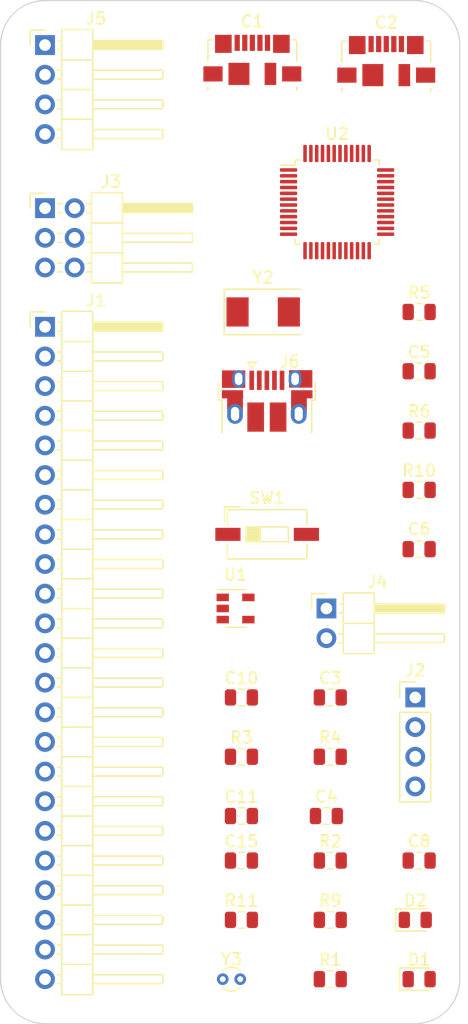
<source format=kicad_pcb>
(kicad_pcb (version 20171130) (host pcbnew "(5.1.5-0-10_14)")

  (general
    (thickness 1.6)
    (drawings 8)
    (tracks 0)
    (zones 0)
    (modules 32)
    (nets 80)
  )

  (page A4)
  (layers
    (0 F.Cu signal)
    (31 B.Cu signal)
    (32 B.Adhes user)
    (33 F.Adhes user)
    (34 B.Paste user)
    (35 F.Paste user)
    (36 B.SilkS user)
    (37 F.SilkS user)
    (38 B.Mask user)
    (39 F.Mask user)
    (40 Dwgs.User user)
    (41 Cmts.User user)
    (42 Eco1.User user)
    (43 Eco2.User user)
    (44 Edge.Cuts user)
    (45 Margin user)
    (46 B.CrtYd user)
    (47 F.CrtYd user)
    (48 B.Fab user)
    (49 F.Fab user)
  )

  (setup
    (last_trace_width 0.25)
    (trace_clearance 0.2)
    (zone_clearance 0.508)
    (zone_45_only no)
    (trace_min 0.2)
    (via_size 0.8)
    (via_drill 0.4)
    (via_min_size 0.4)
    (via_min_drill 0.3)
    (uvia_size 0.3)
    (uvia_drill 0.1)
    (uvias_allowed no)
    (uvia_min_size 0.2)
    (uvia_min_drill 0.1)
    (edge_width 0.1)
    (segment_width 0.2)
    (pcb_text_width 0.3)
    (pcb_text_size 1.5 1.5)
    (mod_edge_width 0.15)
    (mod_text_size 1 1)
    (mod_text_width 0.15)
    (pad_size 1.524 1.524)
    (pad_drill 0.762)
    (pad_to_mask_clearance 0)
    (aux_axis_origin 0 0)
    (visible_elements FFFDFF7F)
    (pcbplotparams
      (layerselection 0x010fc_ffffffff)
      (usegerberextensions false)
      (usegerberattributes false)
      (usegerberadvancedattributes false)
      (creategerberjobfile false)
      (excludeedgelayer true)
      (linewidth 0.100000)
      (plotframeref false)
      (viasonmask false)
      (mode 1)
      (useauxorigin false)
      (hpglpennumber 1)
      (hpglpenspeed 20)
      (hpglpendiameter 15.000000)
      (psnegative false)
      (psa4output false)
      (plotreference true)
      (plotvalue true)
      (plotinvisibletext false)
      (padsonsilk false)
      (subtractmaskfromsilk false)
      (outputformat 1)
      (mirror false)
      (drillshape 1)
      (scaleselection 1)
      (outputdirectory ""))
  )

  (net 0 "")
  (net 1 GNDREF)
  (net 2 "Net-(C1-Pad1)")
  (net 3 "Net-(C2-Pad1)")
  (net 4 "Net-(C3-Pad1)")
  (net 5 "Net-(C4-Pad1)")
  (net 6 +5V)
  (net 7 +3V3)
  (net 8 "Net-(C10-Pad1)")
  (net 9 "Net-(C11-Pad1)")
  (net 10 "Net-(C15-Pad1)")
  (net 11 "Net-(D1-Pad1)")
  (net 12 "Net-(D2-Pad1)")
  (net 13 "Net-(J1-Pad1)")
  (net 14 "Net-(J1-Pad2)")
  (net 15 "Net-(J1-Pad3)")
  (net 16 "Net-(J1-Pad4)")
  (net 17 "Net-(J1-Pad5)")
  (net 18 "Net-(J1-Pad6)")
  (net 19 "Net-(J1-Pad7)")
  (net 20 "Net-(J1-Pad8)")
  (net 21 "Net-(J1-Pad9)")
  (net 22 "Net-(J1-Pad10)")
  (net 23 "Net-(J1-Pad11)")
  (net 24 "Net-(J1-Pad12)")
  (net 25 "Net-(J1-Pad13)")
  (net 26 "Net-(J1-Pad14)")
  (net 27 "Net-(J1-Pad15)")
  (net 28 "Net-(J1-Pad16)")
  (net 29 "Net-(J1-Pad17)")
  (net 30 "Net-(J1-Pad18)")
  (net 31 "Net-(J1-Pad19)")
  (net 32 "Net-(J1-Pad20)")
  (net 33 "Net-(J1-Pad21)")
  (net 34 "Net-(J1-Pad22)")
  (net 35 "Net-(J1-Pad23)")
  (net 36 "Net-(J2-Pad3)")
  (net 37 "Net-(J2-Pad4)")
  (net 38 "Net-(J3-Pad3)")
  (net 39 "Net-(J3-Pad4)")
  (net 40 "Net-(J5-Pad2)")
  (net 41 "Net-(J5-Pad3)")
  (net 42 "Net-(J6-Pad6)")
  (net 43 "Net-(J6-Pad2)")
  (net 44 "Net-(J6-Pad3)")
  (net 45 "Net-(R3-Pad2)")
  (net 46 "Net-(R4-Pad1)")
  (net 47 "Net-(R5-Pad1)")
  (net 48 "Net-(R6-Pad1)")
  (net 49 "Net-(R6-Pad2)")
  (net 50 "Net-(R9-Pad2)")
  (net 51 "Net-(U2-Pad1)")
  (net 52 "Net-(U2-Pad3)")
  (net 53 "Net-(U2-Pad4)")
  (net 54 "Net-(U2-Pad10)")
  (net 55 "Net-(U2-Pad13)")
  (net 56 "Net-(U2-Pad14)")
  (net 57 "Net-(U2-Pad15)")
  (net 58 "Net-(U2-Pad16)")
  (net 59 "Net-(U2-Pad17)")
  (net 60 "Net-(U2-Pad18)")
  (net 61 "Net-(U2-Pad19)")
  (net 62 "Net-(U2-Pad21)")
  (net 63 "Net-(U2-Pad22)")
  (net 64 "Net-(U2-Pad25)")
  (net 65 "Net-(U2-Pad26)")
  (net 66 "Net-(U2-Pad27)")
  (net 67 "Net-(U2-Pad28)")
  (net 68 "Net-(U2-Pad29)")
  (net 69 "Net-(U2-Pad30)")
  (net 70 "Net-(U2-Pad31)")
  (net 71 "Net-(U2-Pad32)")
  (net 72 "Net-(U2-Pad33)")
  (net 73 "Net-(U2-Pad38)")
  (net 74 "Net-(U2-Pad39)")
  (net 75 "Net-(U2-Pad40)")
  (net 76 "Net-(U2-Pad41)")
  (net 77 "Net-(U2-Pad43)")
  (net 78 "Net-(U2-Pad45)")
  (net 79 "Net-(U2-Pad46)")

  (net_class Default "This is the default net class."
    (clearance 0.2)
    (trace_width 0.25)
    (via_dia 0.8)
    (via_drill 0.4)
    (uvia_dia 0.3)
    (uvia_drill 0.1)
    (add_net +3V3)
    (add_net +5V)
    (add_net GNDREF)
    (add_net "Net-(C1-Pad1)")
    (add_net "Net-(C10-Pad1)")
    (add_net "Net-(C11-Pad1)")
    (add_net "Net-(C15-Pad1)")
    (add_net "Net-(C2-Pad1)")
    (add_net "Net-(C3-Pad1)")
    (add_net "Net-(C4-Pad1)")
    (add_net "Net-(D1-Pad1)")
    (add_net "Net-(D2-Pad1)")
    (add_net "Net-(J1-Pad1)")
    (add_net "Net-(J1-Pad10)")
    (add_net "Net-(J1-Pad11)")
    (add_net "Net-(J1-Pad12)")
    (add_net "Net-(J1-Pad13)")
    (add_net "Net-(J1-Pad14)")
    (add_net "Net-(J1-Pad15)")
    (add_net "Net-(J1-Pad16)")
    (add_net "Net-(J1-Pad17)")
    (add_net "Net-(J1-Pad18)")
    (add_net "Net-(J1-Pad19)")
    (add_net "Net-(J1-Pad2)")
    (add_net "Net-(J1-Pad20)")
    (add_net "Net-(J1-Pad21)")
    (add_net "Net-(J1-Pad22)")
    (add_net "Net-(J1-Pad23)")
    (add_net "Net-(J1-Pad3)")
    (add_net "Net-(J1-Pad4)")
    (add_net "Net-(J1-Pad5)")
    (add_net "Net-(J1-Pad6)")
    (add_net "Net-(J1-Pad7)")
    (add_net "Net-(J1-Pad8)")
    (add_net "Net-(J1-Pad9)")
    (add_net "Net-(J2-Pad3)")
    (add_net "Net-(J2-Pad4)")
    (add_net "Net-(J3-Pad3)")
    (add_net "Net-(J3-Pad4)")
    (add_net "Net-(J5-Pad2)")
    (add_net "Net-(J5-Pad3)")
    (add_net "Net-(J6-Pad2)")
    (add_net "Net-(J6-Pad3)")
    (add_net "Net-(J6-Pad6)")
    (add_net "Net-(R3-Pad2)")
    (add_net "Net-(R4-Pad1)")
    (add_net "Net-(R5-Pad1)")
    (add_net "Net-(R6-Pad1)")
    (add_net "Net-(R6-Pad2)")
    (add_net "Net-(R9-Pad2)")
    (add_net "Net-(U2-Pad1)")
    (add_net "Net-(U2-Pad10)")
    (add_net "Net-(U2-Pad13)")
    (add_net "Net-(U2-Pad14)")
    (add_net "Net-(U2-Pad15)")
    (add_net "Net-(U2-Pad16)")
    (add_net "Net-(U2-Pad17)")
    (add_net "Net-(U2-Pad18)")
    (add_net "Net-(U2-Pad19)")
    (add_net "Net-(U2-Pad21)")
    (add_net "Net-(U2-Pad22)")
    (add_net "Net-(U2-Pad25)")
    (add_net "Net-(U2-Pad26)")
    (add_net "Net-(U2-Pad27)")
    (add_net "Net-(U2-Pad28)")
    (add_net "Net-(U2-Pad29)")
    (add_net "Net-(U2-Pad3)")
    (add_net "Net-(U2-Pad30)")
    (add_net "Net-(U2-Pad31)")
    (add_net "Net-(U2-Pad32)")
    (add_net "Net-(U2-Pad33)")
    (add_net "Net-(U2-Pad38)")
    (add_net "Net-(U2-Pad39)")
    (add_net "Net-(U2-Pad4)")
    (add_net "Net-(U2-Pad40)")
    (add_net "Net-(U2-Pad41)")
    (add_net "Net-(U2-Pad43)")
    (add_net "Net-(U2-Pad45)")
    (add_net "Net-(U2-Pad46)")
  )

  (module Connector_USB:USB_Micro-B_Molex_47346-0001 (layer F.Cu) (tedit 5D8620A7) (tstamp 5EAD81BB)
    (at 73.66 59.69)
    (descr "Micro USB B receptable with flange, bottom-mount, SMD, right-angle (http://www.molex.com/pdm_docs/sd/473460001_sd.pdf)")
    (tags "Micro B USB SMD")
    (path /5EA3EFCB)
    (attr smd)
    (fp_text reference C1 (at 0 -3.3 180) (layer F.SilkS)
      (effects (font (size 1 1) (thickness 0.15)))
    )
    (fp_text value 104,0603 (at 0 4.6 180) (layer F.Fab)
      (effects (font (size 1 1) (thickness 0.15)))
    )
    (fp_line (start -3.25 2.65) (end 3.25 2.65) (layer F.Fab) (width 0.1))
    (fp_line (start -3.81 2.6) (end -3.81 2.34) (layer F.SilkS) (width 0.12))
    (fp_line (start -3.81 0.06) (end -3.81 -1.71) (layer F.SilkS) (width 0.12))
    (fp_line (start -3.81 -1.71) (end -3.43 -1.71) (layer F.SilkS) (width 0.12))
    (fp_line (start 3.81 -1.71) (end 3.81 0.06) (layer F.SilkS) (width 0.12))
    (fp_line (start 3.81 2.34) (end 3.81 2.6) (layer F.SilkS) (width 0.12))
    (fp_line (start -3.75 3.35) (end -3.75 -1.65) (layer F.Fab) (width 0.1))
    (fp_line (start -3.75 -1.65) (end 3.75 -1.65) (layer F.Fab) (width 0.1))
    (fp_line (start 3.75 -1.65) (end 3.75 3.35) (layer F.Fab) (width 0.1))
    (fp_line (start 3.75 3.35) (end -3.75 3.35) (layer F.Fab) (width 0.1))
    (fp_line (start -4.7 3.85) (end -4.7 -2.65) (layer F.CrtYd) (width 0.05))
    (fp_line (start -4.7 -2.65) (end 4.7 -2.65) (layer F.CrtYd) (width 0.05))
    (fp_line (start 4.7 -2.65) (end 4.7 3.85) (layer F.CrtYd) (width 0.05))
    (fp_line (start 4.7 3.85) (end -4.7 3.85) (layer F.CrtYd) (width 0.05))
    (fp_line (start 3.81 -1.71) (end 3.43 -1.71) (layer F.SilkS) (width 0.12))
    (fp_text user %R (at 0 1.2) (layer F.Fab)
      (effects (font (size 1 1) (thickness 0.15)))
    )
    (fp_text user "PCB Edge" (at 0 2.67 180) (layer Dwgs.User)
      (effects (font (size 0.4 0.4) (thickness 0.04)))
    )
    (pad 6 smd rect (at 1.55 1.2) (size 1 1.9) (layers F.Cu F.Paste F.Mask))
    (pad 6 smd rect (at -1.15 1.2) (size 1.8 1.9) (layers F.Cu F.Paste F.Mask))
    (pad 6 smd rect (at 3.375 1.2) (size 1.65 1.3) (layers F.Cu F.Paste F.Mask))
    (pad 6 smd rect (at -3.375 1.2) (size 1.65 1.3) (layers F.Cu F.Paste F.Mask))
    (pad 6 smd rect (at 2.4875 -1.375) (size 1.425 1.55) (layers F.Cu F.Paste F.Mask))
    (pad 6 smd rect (at -2.4875 -1.375) (size 1.425 1.55) (layers F.Cu F.Paste F.Mask))
    (pad 5 smd rect (at 1.3 -1.46) (size 0.45 1.38) (layers F.Cu F.Paste F.Mask))
    (pad 4 smd rect (at 0.65 -1.46) (size 0.45 1.38) (layers F.Cu F.Paste F.Mask))
    (pad 3 smd rect (at 0 -1.46) (size 0.45 1.38) (layers F.Cu F.Paste F.Mask))
    (pad 2 smd rect (at -0.65 -1.46) (size 0.45 1.38) (layers F.Cu F.Paste F.Mask)
      (net 1 GNDREF))
    (pad 1 smd rect (at -1.3 -1.46) (size 0.45 1.38) (layers F.Cu F.Paste F.Mask)
      (net 2 "Net-(C1-Pad1)"))
    (model ${KISYS3DMOD}/Connector_USB.3dshapes/USB_Micro-B_Molex_47346-0001.wrl
      (at (xyz 0 0 0))
      (scale (xyz 1 1 1))
      (rotate (xyz 0 0 0))
    )
  )

  (module Connector_USB:USB_Micro-B_Molex_47346-0001 (layer F.Cu) (tedit 5D8620A7) (tstamp 5EAD81DB)
    (at 85.1425 59.795)
    (descr "Micro USB B receptable with flange, bottom-mount, SMD, right-angle (http://www.molex.com/pdm_docs/sd/473460001_sd.pdf)")
    (tags "Micro B USB SMD")
    (path /5E9A0D65)
    (attr smd)
    (fp_text reference C2 (at 0 -3.3 180) (layer F.SilkS)
      (effects (font (size 1 1) (thickness 0.15)))
    )
    (fp_text value 106,0603 (at 0 4.6 180) (layer F.Fab)
      (effects (font (size 1 1) (thickness 0.15)))
    )
    (fp_text user "PCB Edge" (at 0 2.67 180) (layer Dwgs.User)
      (effects (font (size 0.4 0.4) (thickness 0.04)))
    )
    (fp_text user %R (at 0.12 1.2) (layer F.Fab)
      (effects (font (size 1 1) (thickness 0.15)))
    )
    (fp_line (start 3.81 -1.71) (end 3.43 -1.71) (layer F.SilkS) (width 0.12))
    (fp_line (start 4.7 3.85) (end -4.7 3.85) (layer F.CrtYd) (width 0.05))
    (fp_line (start 4.7 -2.65) (end 4.7 3.85) (layer F.CrtYd) (width 0.05))
    (fp_line (start -4.7 -2.65) (end 4.7 -2.65) (layer F.CrtYd) (width 0.05))
    (fp_line (start -4.7 3.85) (end -4.7 -2.65) (layer F.CrtYd) (width 0.05))
    (fp_line (start 3.75 3.35) (end -3.75 3.35) (layer F.Fab) (width 0.1))
    (fp_line (start 3.75 -1.65) (end 3.75 3.35) (layer F.Fab) (width 0.1))
    (fp_line (start -3.75 -1.65) (end 3.75 -1.65) (layer F.Fab) (width 0.1))
    (fp_line (start -3.75 3.35) (end -3.75 -1.65) (layer F.Fab) (width 0.1))
    (fp_line (start 3.81 2.34) (end 3.81 2.6) (layer F.SilkS) (width 0.12))
    (fp_line (start 3.81 -1.71) (end 3.81 0.06) (layer F.SilkS) (width 0.12))
    (fp_line (start -3.81 -1.71) (end -3.43 -1.71) (layer F.SilkS) (width 0.12))
    (fp_line (start -3.81 0.06) (end -3.81 -1.71) (layer F.SilkS) (width 0.12))
    (fp_line (start -3.81 2.6) (end -3.81 2.34) (layer F.SilkS) (width 0.12))
    (fp_line (start -3.25 2.65) (end 3.25 2.65) (layer F.Fab) (width 0.1))
    (pad 1 smd rect (at -1.3 -1.46) (size 0.45 1.38) (layers F.Cu F.Paste F.Mask)
      (net 3 "Net-(C2-Pad1)"))
    (pad 2 smd rect (at -0.65 -1.46) (size 0.45 1.38) (layers F.Cu F.Paste F.Mask)
      (net 1 GNDREF))
    (pad 3 smd rect (at 0 -1.46) (size 0.45 1.38) (layers F.Cu F.Paste F.Mask))
    (pad 4 smd rect (at 0.65 -1.46) (size 0.45 1.38) (layers F.Cu F.Paste F.Mask))
    (pad 5 smd rect (at 1.3 -1.46) (size 0.45 1.38) (layers F.Cu F.Paste F.Mask))
    (pad 6 smd rect (at -2.4875 -1.375) (size 1.425 1.55) (layers F.Cu F.Paste F.Mask))
    (pad 6 smd rect (at 2.4875 -1.375) (size 1.425 1.55) (layers F.Cu F.Paste F.Mask))
    (pad 6 smd rect (at -3.375 1.2) (size 1.65 1.3) (layers F.Cu F.Paste F.Mask))
    (pad 6 smd rect (at 3.375 1.2) (size 1.65 1.3) (layers F.Cu F.Paste F.Mask))
    (pad 6 smd rect (at -1.15 1.2) (size 1.8 1.9) (layers F.Cu F.Paste F.Mask))
    (pad 6 smd rect (at 1.55 1.2) (size 1 1.9) (layers F.Cu F.Paste F.Mask))
    (model ${KISYS3DMOD}/Connector_USB.3dshapes/USB_Micro-B_Molex_47346-0001.wrl
      (at (xyz 0 0 0))
      (scale (xyz 1 1 1))
      (rotate (xyz 0 0 0))
    )
  )

  (module Capacitor_SMD:C_0805_2012Metric (layer F.Cu) (tedit 5B36C52B) (tstamp 5EAD81EC)
    (at 80.3425 114.3)
    (descr "Capacitor SMD 0805 (2012 Metric), square (rectangular) end terminal, IPC_7351 nominal, (Body size source: https://docs.google.com/spreadsheets/d/1BsfQQcO9C6DZCsRaXUlFlo91Tg2WpOkGARC1WS5S8t0/edit?usp=sharing), generated with kicad-footprint-generator")
    (tags capacitor)
    (path /5E9E538F)
    (attr smd)
    (fp_text reference C3 (at 0 -1.65) (layer F.SilkS)
      (effects (font (size 1 1) (thickness 0.15)))
    )
    (fp_text value 104,0603 (at 0 1.65) (layer F.Fab)
      (effects (font (size 1 1) (thickness 0.15)))
    )
    (fp_line (start -1 0.6) (end -1 -0.6) (layer F.Fab) (width 0.1))
    (fp_line (start -1 -0.6) (end 1 -0.6) (layer F.Fab) (width 0.1))
    (fp_line (start 1 -0.6) (end 1 0.6) (layer F.Fab) (width 0.1))
    (fp_line (start 1 0.6) (end -1 0.6) (layer F.Fab) (width 0.1))
    (fp_line (start -0.258578 -0.71) (end 0.258578 -0.71) (layer F.SilkS) (width 0.12))
    (fp_line (start -0.258578 0.71) (end 0.258578 0.71) (layer F.SilkS) (width 0.12))
    (fp_line (start -1.68 0.95) (end -1.68 -0.95) (layer F.CrtYd) (width 0.05))
    (fp_line (start -1.68 -0.95) (end 1.68 -0.95) (layer F.CrtYd) (width 0.05))
    (fp_line (start 1.68 -0.95) (end 1.68 0.95) (layer F.CrtYd) (width 0.05))
    (fp_line (start 1.68 0.95) (end -1.68 0.95) (layer F.CrtYd) (width 0.05))
    (fp_text user %R (at 0 0) (layer F.Fab)
      (effects (font (size 0.5 0.5) (thickness 0.08)))
    )
    (pad 1 smd roundrect (at -0.9375 0) (size 0.975 1.4) (layers F.Cu F.Paste F.Mask) (roundrect_rratio 0.25)
      (net 4 "Net-(C3-Pad1)"))
    (pad 2 smd roundrect (at 0.9375 0) (size 0.975 1.4) (layers F.Cu F.Paste F.Mask) (roundrect_rratio 0.25)
      (net 1 GNDREF))
    (model ${KISYS3DMOD}/Capacitor_SMD.3dshapes/C_0805_2012Metric.wrl
      (at (xyz 0 0 0))
      (scale (xyz 1 1 1))
      (rotate (xyz 0 0 0))
    )
  )

  (module Capacitor_SMD:C_0805_2012Metric (layer F.Cu) (tedit 5B36C52B) (tstamp 5EAD81FD)
    (at 80.01 124.46)
    (descr "Capacitor SMD 0805 (2012 Metric), square (rectangular) end terminal, IPC_7351 nominal, (Body size source: https://docs.google.com/spreadsheets/d/1BsfQQcO9C6DZCsRaXUlFlo91Tg2WpOkGARC1WS5S8t0/edit?usp=sharing), generated with kicad-footprint-generator")
    (tags capacitor)
    (path /5E9E5EC0)
    (attr smd)
    (fp_text reference C4 (at 0 -1.65) (layer F.SilkS)
      (effects (font (size 1 1) (thickness 0.15)))
    )
    (fp_text value 104,0603 (at 0 1.65) (layer F.Fab)
      (effects (font (size 1 1) (thickness 0.15)))
    )
    (fp_text user %R (at 0 0) (layer F.Fab)
      (effects (font (size 0.5 0.5) (thickness 0.08)))
    )
    (fp_line (start 1.68 0.95) (end -1.68 0.95) (layer F.CrtYd) (width 0.05))
    (fp_line (start 1.68 -0.95) (end 1.68 0.95) (layer F.CrtYd) (width 0.05))
    (fp_line (start -1.68 -0.95) (end 1.68 -0.95) (layer F.CrtYd) (width 0.05))
    (fp_line (start -1.68 0.95) (end -1.68 -0.95) (layer F.CrtYd) (width 0.05))
    (fp_line (start -0.258578 0.71) (end 0.258578 0.71) (layer F.SilkS) (width 0.12))
    (fp_line (start -0.258578 -0.71) (end 0.258578 -0.71) (layer F.SilkS) (width 0.12))
    (fp_line (start 1 0.6) (end -1 0.6) (layer F.Fab) (width 0.1))
    (fp_line (start 1 -0.6) (end 1 0.6) (layer F.Fab) (width 0.1))
    (fp_line (start -1 -0.6) (end 1 -0.6) (layer F.Fab) (width 0.1))
    (fp_line (start -1 0.6) (end -1 -0.6) (layer F.Fab) (width 0.1))
    (pad 2 smd roundrect (at 0.9375 0) (size 0.975 1.4) (layers F.Cu F.Paste F.Mask) (roundrect_rratio 0.25)
      (net 1 GNDREF))
    (pad 1 smd roundrect (at -0.9375 0) (size 0.975 1.4) (layers F.Cu F.Paste F.Mask) (roundrect_rratio 0.25)
      (net 5 "Net-(C4-Pad1)"))
    (model ${KISYS3DMOD}/Capacitor_SMD.3dshapes/C_0805_2012Metric.wrl
      (at (xyz 0 0 0))
      (scale (xyz 1 1 1))
      (rotate (xyz 0 0 0))
    )
  )

  (module Capacitor_SMD:C_0805_2012Metric (layer F.Cu) (tedit 5B36C52B) (tstamp 5EAD820E)
    (at 87.9625 86.36)
    (descr "Capacitor SMD 0805 (2012 Metric), square (rectangular) end terminal, IPC_7351 nominal, (Body size source: https://docs.google.com/spreadsheets/d/1BsfQQcO9C6DZCsRaXUlFlo91Tg2WpOkGARC1WS5S8t0/edit?usp=sharing), generated with kicad-footprint-generator")
    (tags capacitor)
    (path /5EA138DF)
    (attr smd)
    (fp_text reference C5 (at 0 -1.65) (layer F.SilkS)
      (effects (font (size 1 1) (thickness 0.15)))
    )
    (fp_text value 105,0805 (at 0 1.65) (layer F.Fab)
      (effects (font (size 1 1) (thickness 0.15)))
    )
    (fp_text user %R (at 0 0) (layer F.Fab)
      (effects (font (size 0.5 0.5) (thickness 0.08)))
    )
    (fp_line (start 1.68 0.95) (end -1.68 0.95) (layer F.CrtYd) (width 0.05))
    (fp_line (start 1.68 -0.95) (end 1.68 0.95) (layer F.CrtYd) (width 0.05))
    (fp_line (start -1.68 -0.95) (end 1.68 -0.95) (layer F.CrtYd) (width 0.05))
    (fp_line (start -1.68 0.95) (end -1.68 -0.95) (layer F.CrtYd) (width 0.05))
    (fp_line (start -0.258578 0.71) (end 0.258578 0.71) (layer F.SilkS) (width 0.12))
    (fp_line (start -0.258578 -0.71) (end 0.258578 -0.71) (layer F.SilkS) (width 0.12))
    (fp_line (start 1 0.6) (end -1 0.6) (layer F.Fab) (width 0.1))
    (fp_line (start 1 -0.6) (end 1 0.6) (layer F.Fab) (width 0.1))
    (fp_line (start -1 -0.6) (end 1 -0.6) (layer F.Fab) (width 0.1))
    (fp_line (start -1 0.6) (end -1 -0.6) (layer F.Fab) (width 0.1))
    (pad 2 smd roundrect (at 0.9375 0) (size 0.975 1.4) (layers F.Cu F.Paste F.Mask) (roundrect_rratio 0.25)
      (net 1 GNDREF))
    (pad 1 smd roundrect (at -0.9375 0) (size 0.975 1.4) (layers F.Cu F.Paste F.Mask) (roundrect_rratio 0.25)
      (net 6 +5V))
    (model ${KISYS3DMOD}/Capacitor_SMD.3dshapes/C_0805_2012Metric.wrl
      (at (xyz 0 0 0))
      (scale (xyz 1 1 1))
      (rotate (xyz 0 0 0))
    )
  )

  (module Capacitor_SMD:C_0805_2012Metric (layer F.Cu) (tedit 5B36C52B) (tstamp 5EAD821F)
    (at 87.9625 101.6)
    (descr "Capacitor SMD 0805 (2012 Metric), square (rectangular) end terminal, IPC_7351 nominal, (Body size source: https://docs.google.com/spreadsheets/d/1BsfQQcO9C6DZCsRaXUlFlo91Tg2WpOkGARC1WS5S8t0/edit?usp=sharing), generated with kicad-footprint-generator")
    (tags capacitor)
    (path /5EA157FF)
    (attr smd)
    (fp_text reference C6 (at 0 -1.725001) (layer F.SilkS)
      (effects (font (size 1 1) (thickness 0.15)))
    )
    (fp_text value 106,0805 (at 0 1.65) (layer F.Fab)
      (effects (font (size 1 1) (thickness 0.15)))
    )
    (fp_line (start -1 0.6) (end -1 -0.6) (layer F.Fab) (width 0.1))
    (fp_line (start -1 -0.6) (end 1 -0.6) (layer F.Fab) (width 0.1))
    (fp_line (start 1 -0.6) (end 1 0.6) (layer F.Fab) (width 0.1))
    (fp_line (start 1 0.6) (end -1 0.6) (layer F.Fab) (width 0.1))
    (fp_line (start -0.258578 -0.71) (end 0.258578 -0.71) (layer F.SilkS) (width 0.12))
    (fp_line (start -0.258578 0.71) (end 0.258578 0.71) (layer F.SilkS) (width 0.12))
    (fp_line (start -1.68 0.95) (end -1.68 -0.95) (layer F.CrtYd) (width 0.05))
    (fp_line (start -1.68 -0.95) (end 1.68 -0.95) (layer F.CrtYd) (width 0.05))
    (fp_line (start 1.68 -0.95) (end 1.68 0.95) (layer F.CrtYd) (width 0.05))
    (fp_line (start 1.68 0.95) (end -1.68 0.95) (layer F.CrtYd) (width 0.05))
    (fp_text user %R (at 0 0) (layer F.Fab)
      (effects (font (size 0.5 0.5) (thickness 0.08)))
    )
    (pad 1 smd roundrect (at -0.9375 0) (size 0.975 1.4) (layers F.Cu F.Paste F.Mask) (roundrect_rratio 0.25)
      (net 7 +3V3))
    (pad 2 smd roundrect (at 0.9375 0) (size 0.975 1.4) (layers F.Cu F.Paste F.Mask) (roundrect_rratio 0.25)
      (net 1 GNDREF))
    (model ${KISYS3DMOD}/Capacitor_SMD.3dshapes/C_0805_2012Metric.wrl
      (at (xyz 0 0 0))
      (scale (xyz 1 1 1))
      (rotate (xyz 0 0 0))
    )
  )

  (module Capacitor_SMD:C_0805_2012Metric (layer F.Cu) (tedit 5B36C52B) (tstamp 5EAD8230)
    (at 87.9625 128.27)
    (descr "Capacitor SMD 0805 (2012 Metric), square (rectangular) end terminal, IPC_7351 nominal, (Body size source: https://docs.google.com/spreadsheets/d/1BsfQQcO9C6DZCsRaXUlFlo91Tg2WpOkGARC1WS5S8t0/edit?usp=sharing), generated with kicad-footprint-generator")
    (tags capacitor)
    (path /5EA301FA)
    (attr smd)
    (fp_text reference C8 (at 0 -1.65) (layer F.SilkS)
      (effects (font (size 1 1) (thickness 0.15)))
    )
    (fp_text value 104,0603 (at 0 1.65) (layer F.Fab)
      (effects (font (size 1 1) (thickness 0.15)))
    )
    (fp_line (start -1 0.6) (end -1 -0.6) (layer F.Fab) (width 0.1))
    (fp_line (start -1 -0.6) (end 1 -0.6) (layer F.Fab) (width 0.1))
    (fp_line (start 1 -0.6) (end 1 0.6) (layer F.Fab) (width 0.1))
    (fp_line (start 1 0.6) (end -1 0.6) (layer F.Fab) (width 0.1))
    (fp_line (start -0.258578 -0.71) (end 0.258578 -0.71) (layer F.SilkS) (width 0.12))
    (fp_line (start -0.258578 0.71) (end 0.258578 0.71) (layer F.SilkS) (width 0.12))
    (fp_line (start -1.68 0.95) (end -1.68 -0.95) (layer F.CrtYd) (width 0.05))
    (fp_line (start -1.68 -0.95) (end 1.68 -0.95) (layer F.CrtYd) (width 0.05))
    (fp_line (start 1.68 -0.95) (end 1.68 0.95) (layer F.CrtYd) (width 0.05))
    (fp_line (start 1.68 0.95) (end -1.68 0.95) (layer F.CrtYd) (width 0.05))
    (fp_text user %R (at 0 0) (layer F.Fab)
      (effects (font (size 0.5 0.5) (thickness 0.08)))
    )
    (pad 1 smd roundrect (at -0.9375 0) (size 0.975 1.4) (layers F.Cu F.Paste F.Mask) (roundrect_rratio 0.25)
      (net 7 +3V3))
    (pad 2 smd roundrect (at 0.9375 0) (size 0.975 1.4) (layers F.Cu F.Paste F.Mask) (roundrect_rratio 0.25)
      (net 1 GNDREF))
    (model ${KISYS3DMOD}/Capacitor_SMD.3dshapes/C_0805_2012Metric.wrl
      (at (xyz 0 0 0))
      (scale (xyz 1 1 1))
      (rotate (xyz 0 0 0))
    )
  )

  (module Capacitor_SMD:C_0805_2012Metric (layer F.Cu) (tedit 5B36C52B) (tstamp 5EAD8241)
    (at 72.7225 114.3)
    (descr "Capacitor SMD 0805 (2012 Metric), square (rectangular) end terminal, IPC_7351 nominal, (Body size source: https://docs.google.com/spreadsheets/d/1BsfQQcO9C6DZCsRaXUlFlo91Tg2WpOkGARC1WS5S8t0/edit?usp=sharing), generated with kicad-footprint-generator")
    (tags capacitor)
    (path /5E9FC02F)
    (attr smd)
    (fp_text reference C10 (at 0 -1.65) (layer F.SilkS)
      (effects (font (size 1 1) (thickness 0.15)))
    )
    (fp_text value 104,0603 (at 0 1.65) (layer F.Fab)
      (effects (font (size 1 1) (thickness 0.15)))
    )
    (fp_text user %R (at 0 0) (layer F.Fab)
      (effects (font (size 0.5 0.5) (thickness 0.08)))
    )
    (fp_line (start 1.68 0.95) (end -1.68 0.95) (layer F.CrtYd) (width 0.05))
    (fp_line (start 1.68 -0.95) (end 1.68 0.95) (layer F.CrtYd) (width 0.05))
    (fp_line (start -1.68 -0.95) (end 1.68 -0.95) (layer F.CrtYd) (width 0.05))
    (fp_line (start -1.68 0.95) (end -1.68 -0.95) (layer F.CrtYd) (width 0.05))
    (fp_line (start -0.258578 0.71) (end 0.258578 0.71) (layer F.SilkS) (width 0.12))
    (fp_line (start -0.258578 -0.71) (end 0.258578 -0.71) (layer F.SilkS) (width 0.12))
    (fp_line (start 1 0.6) (end -1 0.6) (layer F.Fab) (width 0.1))
    (fp_line (start 1 -0.6) (end 1 0.6) (layer F.Fab) (width 0.1))
    (fp_line (start -1 -0.6) (end 1 -0.6) (layer F.Fab) (width 0.1))
    (fp_line (start -1 0.6) (end -1 -0.6) (layer F.Fab) (width 0.1))
    (pad 2 smd roundrect (at 0.9375 0) (size 0.975 1.4) (layers F.Cu F.Paste F.Mask) (roundrect_rratio 0.25)
      (net 1 GNDREF))
    (pad 1 smd roundrect (at -0.9375 0) (size 0.975 1.4) (layers F.Cu F.Paste F.Mask) (roundrect_rratio 0.25)
      (net 8 "Net-(C10-Pad1)"))
    (model ${KISYS3DMOD}/Capacitor_SMD.3dshapes/C_0805_2012Metric.wrl
      (at (xyz 0 0 0))
      (scale (xyz 1 1 1))
      (rotate (xyz 0 0 0))
    )
  )

  (module Capacitor_SMD:C_0805_2012Metric (layer F.Cu) (tedit 5B36C52B) (tstamp 5EAD8252)
    (at 72.7225 124.46)
    (descr "Capacitor SMD 0805 (2012 Metric), square (rectangular) end terminal, IPC_7351 nominal, (Body size source: https://docs.google.com/spreadsheets/d/1BsfQQcO9C6DZCsRaXUlFlo91Tg2WpOkGARC1WS5S8t0/edit?usp=sharing), generated with kicad-footprint-generator")
    (tags capacitor)
    (path /5EA041C0)
    (attr smd)
    (fp_text reference C11 (at 0 -1.65) (layer F.SilkS)
      (effects (font (size 1 1) (thickness 0.15)))
    )
    (fp_text value 104,0603 (at 0 1.65) (layer F.Fab)
      (effects (font (size 1 1) (thickness 0.15)))
    )
    (fp_line (start -1 0.6) (end -1 -0.6) (layer F.Fab) (width 0.1))
    (fp_line (start -1 -0.6) (end 1 -0.6) (layer F.Fab) (width 0.1))
    (fp_line (start 1 -0.6) (end 1 0.6) (layer F.Fab) (width 0.1))
    (fp_line (start 1 0.6) (end -1 0.6) (layer F.Fab) (width 0.1))
    (fp_line (start -0.258578 -0.71) (end 0.258578 -0.71) (layer F.SilkS) (width 0.12))
    (fp_line (start -0.258578 0.71) (end 0.258578 0.71) (layer F.SilkS) (width 0.12))
    (fp_line (start -1.68 0.95) (end -1.68 -0.95) (layer F.CrtYd) (width 0.05))
    (fp_line (start -1.68 -0.95) (end 1.68 -0.95) (layer F.CrtYd) (width 0.05))
    (fp_line (start 1.68 -0.95) (end 1.68 0.95) (layer F.CrtYd) (width 0.05))
    (fp_line (start 1.68 0.95) (end -1.68 0.95) (layer F.CrtYd) (width 0.05))
    (fp_text user %R (at 0 0) (layer F.Fab)
      (effects (font (size 0.5 0.5) (thickness 0.08)))
    )
    (pad 1 smd roundrect (at -0.9375 0) (size 0.975 1.4) (layers F.Cu F.Paste F.Mask) (roundrect_rratio 0.25)
      (net 9 "Net-(C11-Pad1)"))
    (pad 2 smd roundrect (at 0.9375 0) (size 0.975 1.4) (layers F.Cu F.Paste F.Mask) (roundrect_rratio 0.25)
      (net 1 GNDREF))
    (model ${KISYS3DMOD}/Capacitor_SMD.3dshapes/C_0805_2012Metric.wrl
      (at (xyz 0 0 0))
      (scale (xyz 1 1 1))
      (rotate (xyz 0 0 0))
    )
  )

  (module Capacitor_SMD:C_0805_2012Metric (layer F.Cu) (tedit 5B36C52B) (tstamp 5EAD8263)
    (at 72.7225 128.27)
    (descr "Capacitor SMD 0805 (2012 Metric), square (rectangular) end terminal, IPC_7351 nominal, (Body size source: https://docs.google.com/spreadsheets/d/1BsfQQcO9C6DZCsRaXUlFlo91Tg2WpOkGARC1WS5S8t0/edit?usp=sharing), generated with kicad-footprint-generator")
    (tags capacitor)
    (path /5EA22346)
    (attr smd)
    (fp_text reference C15 (at 0 -1.65) (layer F.SilkS)
      (effects (font (size 1 1) (thickness 0.15)))
    )
    (fp_text value 223,0603 (at 0 1.65) (layer F.Fab)
      (effects (font (size 1 1) (thickness 0.15)))
    )
    (fp_text user %R (at 0 0) (layer F.Fab)
      (effects (font (size 0.5 0.5) (thickness 0.08)))
    )
    (fp_line (start 1.68 0.95) (end -1.68 0.95) (layer F.CrtYd) (width 0.05))
    (fp_line (start 1.68 -0.95) (end 1.68 0.95) (layer F.CrtYd) (width 0.05))
    (fp_line (start -1.68 -0.95) (end 1.68 -0.95) (layer F.CrtYd) (width 0.05))
    (fp_line (start -1.68 0.95) (end -1.68 -0.95) (layer F.CrtYd) (width 0.05))
    (fp_line (start -0.258578 0.71) (end 0.258578 0.71) (layer F.SilkS) (width 0.12))
    (fp_line (start -0.258578 -0.71) (end 0.258578 -0.71) (layer F.SilkS) (width 0.12))
    (fp_line (start 1 0.6) (end -1 0.6) (layer F.Fab) (width 0.1))
    (fp_line (start 1 -0.6) (end 1 0.6) (layer F.Fab) (width 0.1))
    (fp_line (start -1 -0.6) (end 1 -0.6) (layer F.Fab) (width 0.1))
    (fp_line (start -1 0.6) (end -1 -0.6) (layer F.Fab) (width 0.1))
    (pad 2 smd roundrect (at 0.9375 0) (size 0.975 1.4) (layers F.Cu F.Paste F.Mask) (roundrect_rratio 0.25)
      (net 1 GNDREF))
    (pad 1 smd roundrect (at -0.9375 0) (size 0.975 1.4) (layers F.Cu F.Paste F.Mask) (roundrect_rratio 0.25)
      (net 10 "Net-(C15-Pad1)"))
    (model ${KISYS3DMOD}/Capacitor_SMD.3dshapes/C_0805_2012Metric.wrl
      (at (xyz 0 0 0))
      (scale (xyz 1 1 1))
      (rotate (xyz 0 0 0))
    )
  )

  (module LED_SMD:LED_0805_2012Metric (layer F.Cu) (tedit 5B36C52C) (tstamp 5EAD8276)
    (at 87.9625 138.43)
    (descr "LED SMD 0805 (2012 Metric), square (rectangular) end terminal, IPC_7351 nominal, (Body size source: https://docs.google.com/spreadsheets/d/1BsfQQcO9C6DZCsRaXUlFlo91Tg2WpOkGARC1WS5S8t0/edit?usp=sharing), generated with kicad-footprint-generator")
    (tags diode)
    (path /5E9E24A4)
    (attr smd)
    (fp_text reference D1 (at 0 -1.65) (layer F.SilkS)
      (effects (font (size 1 1) (thickness 0.15)))
    )
    (fp_text value LED (at 0 1.65) (layer F.Fab)
      (effects (font (size 1 1) (thickness 0.15)))
    )
    (fp_line (start 1 -0.6) (end -0.7 -0.6) (layer F.Fab) (width 0.1))
    (fp_line (start -0.7 -0.6) (end -1 -0.3) (layer F.Fab) (width 0.1))
    (fp_line (start -1 -0.3) (end -1 0.6) (layer F.Fab) (width 0.1))
    (fp_line (start -1 0.6) (end 1 0.6) (layer F.Fab) (width 0.1))
    (fp_line (start 1 0.6) (end 1 -0.6) (layer F.Fab) (width 0.1))
    (fp_line (start 1 -0.96) (end -1.685 -0.96) (layer F.SilkS) (width 0.12))
    (fp_line (start -1.685 -0.96) (end -1.685 0.96) (layer F.SilkS) (width 0.12))
    (fp_line (start -1.685 0.96) (end 1 0.96) (layer F.SilkS) (width 0.12))
    (fp_line (start -1.68 0.95) (end -1.68 -0.95) (layer F.CrtYd) (width 0.05))
    (fp_line (start -1.68 -0.95) (end 1.68 -0.95) (layer F.CrtYd) (width 0.05))
    (fp_line (start 1.68 -0.95) (end 1.68 0.95) (layer F.CrtYd) (width 0.05))
    (fp_line (start 1.68 0.95) (end -1.68 0.95) (layer F.CrtYd) (width 0.05))
    (fp_text user %R (at 0 0) (layer F.Fab)
      (effects (font (size 0.5 0.5) (thickness 0.08)))
    )
    (pad 1 smd roundrect (at -0.9375 0) (size 0.975 1.4) (layers F.Cu F.Paste F.Mask) (roundrect_rratio 0.25)
      (net 11 "Net-(D1-Pad1)"))
    (pad 2 smd roundrect (at 0.9375 0) (size 0.975 1.4) (layers F.Cu F.Paste F.Mask) (roundrect_rratio 0.25)
      (net 7 +3V3))
    (model ${KISYS3DMOD}/LED_SMD.3dshapes/LED_0805_2012Metric.wrl
      (at (xyz 0 0 0))
      (scale (xyz 1 1 1))
      (rotate (xyz 0 0 0))
    )
  )

  (module LED_SMD:LED_0805_2012Metric (layer F.Cu) (tedit 5B36C52C) (tstamp 5EAD8289)
    (at 87.63 133.35)
    (descr "LED SMD 0805 (2012 Metric), square (rectangular) end terminal, IPC_7351 nominal, (Body size source: https://docs.google.com/spreadsheets/d/1BsfQQcO9C6DZCsRaXUlFlo91Tg2WpOkGARC1WS5S8t0/edit?usp=sharing), generated with kicad-footprint-generator")
    (tags diode)
    (path /5E9FAC22)
    (attr smd)
    (fp_text reference D2 (at 0 -1.65) (layer F.SilkS)
      (effects (font (size 1 1) (thickness 0.15)))
    )
    (fp_text value LED (at 0 1.65) (layer F.Fab)
      (effects (font (size 1 1) (thickness 0.15)))
    )
    (fp_text user %R (at 0 0) (layer F.Fab)
      (effects (font (size 0.5 0.5) (thickness 0.08)))
    )
    (fp_line (start 1.68 0.95) (end -1.68 0.95) (layer F.CrtYd) (width 0.05))
    (fp_line (start 1.68 -0.95) (end 1.68 0.95) (layer F.CrtYd) (width 0.05))
    (fp_line (start -1.68 -0.95) (end 1.68 -0.95) (layer F.CrtYd) (width 0.05))
    (fp_line (start -1.68 0.95) (end -1.68 -0.95) (layer F.CrtYd) (width 0.05))
    (fp_line (start -1.685 0.96) (end 1 0.96) (layer F.SilkS) (width 0.12))
    (fp_line (start -1.685 -0.96) (end -1.685 0.96) (layer F.SilkS) (width 0.12))
    (fp_line (start 1 -0.96) (end -1.685 -0.96) (layer F.SilkS) (width 0.12))
    (fp_line (start 1 0.6) (end 1 -0.6) (layer F.Fab) (width 0.1))
    (fp_line (start -1 0.6) (end 1 0.6) (layer F.Fab) (width 0.1))
    (fp_line (start -1 -0.3) (end -1 0.6) (layer F.Fab) (width 0.1))
    (fp_line (start -0.7 -0.6) (end -1 -0.3) (layer F.Fab) (width 0.1))
    (fp_line (start 1 -0.6) (end -0.7 -0.6) (layer F.Fab) (width 0.1))
    (pad 2 smd roundrect (at 0.9375 0) (size 0.975 1.4) (layers F.Cu F.Paste F.Mask) (roundrect_rratio 0.25)
      (net 7 +3V3))
    (pad 1 smd roundrect (at -0.9375 0) (size 0.975 1.4) (layers F.Cu F.Paste F.Mask) (roundrect_rratio 0.25)
      (net 12 "Net-(D2-Pad1)"))
    (model ${KISYS3DMOD}/LED_SMD.3dshapes/LED_0805_2012Metric.wrl
      (at (xyz 0 0 0))
      (scale (xyz 1 1 1))
      (rotate (xyz 0 0 0))
    )
  )

  (module Connector_PinHeader_2.54mm:PinHeader_1x23_P2.54mm_Horizontal (layer F.Cu) (tedit 59FED5CB) (tstamp 5EAD83CD)
    (at 55.88 82.55)
    (descr "Through hole angled pin header, 1x23, 2.54mm pitch, 6mm pin length, single row")
    (tags "Through hole angled pin header THT 1x23 2.54mm single row")
    (path /5EAF6B38)
    (fp_text reference J1 (at 4.385 -2.27) (layer F.SilkS)
      (effects (font (size 1 1) (thickness 0.15)))
    )
    (fp_text value Conn_01x23_Male (at 4.385 58.15) (layer F.Fab)
      (effects (font (size 1 1) (thickness 0.15)))
    )
    (fp_line (start 2.135 -1.27) (end 4.04 -1.27) (layer F.Fab) (width 0.1))
    (fp_line (start 4.04 -1.27) (end 4.04 57.15) (layer F.Fab) (width 0.1))
    (fp_line (start 4.04 57.15) (end 1.5 57.15) (layer F.Fab) (width 0.1))
    (fp_line (start 1.5 57.15) (end 1.5 -0.635) (layer F.Fab) (width 0.1))
    (fp_line (start 1.5 -0.635) (end 2.135 -1.27) (layer F.Fab) (width 0.1))
    (fp_line (start -0.32 -0.32) (end 1.5 -0.32) (layer F.Fab) (width 0.1))
    (fp_line (start -0.32 -0.32) (end -0.32 0.32) (layer F.Fab) (width 0.1))
    (fp_line (start -0.32 0.32) (end 1.5 0.32) (layer F.Fab) (width 0.1))
    (fp_line (start 4.04 -0.32) (end 10.04 -0.32) (layer F.Fab) (width 0.1))
    (fp_line (start 10.04 -0.32) (end 10.04 0.32) (layer F.Fab) (width 0.1))
    (fp_line (start 4.04 0.32) (end 10.04 0.32) (layer F.Fab) (width 0.1))
    (fp_line (start -0.32 2.22) (end 1.5 2.22) (layer F.Fab) (width 0.1))
    (fp_line (start -0.32 2.22) (end -0.32 2.86) (layer F.Fab) (width 0.1))
    (fp_line (start -0.32 2.86) (end 1.5 2.86) (layer F.Fab) (width 0.1))
    (fp_line (start 4.04 2.22) (end 10.04 2.22) (layer F.Fab) (width 0.1))
    (fp_line (start 10.04 2.22) (end 10.04 2.86) (layer F.Fab) (width 0.1))
    (fp_line (start 4.04 2.86) (end 10.04 2.86) (layer F.Fab) (width 0.1))
    (fp_line (start -0.32 4.76) (end 1.5 4.76) (layer F.Fab) (width 0.1))
    (fp_line (start -0.32 4.76) (end -0.32 5.4) (layer F.Fab) (width 0.1))
    (fp_line (start -0.32 5.4) (end 1.5 5.4) (layer F.Fab) (width 0.1))
    (fp_line (start 4.04 4.76) (end 10.04 4.76) (layer F.Fab) (width 0.1))
    (fp_line (start 10.04 4.76) (end 10.04 5.4) (layer F.Fab) (width 0.1))
    (fp_line (start 4.04 5.4) (end 10.04 5.4) (layer F.Fab) (width 0.1))
    (fp_line (start -0.32 7.3) (end 1.5 7.3) (layer F.Fab) (width 0.1))
    (fp_line (start -0.32 7.3) (end -0.32 7.94) (layer F.Fab) (width 0.1))
    (fp_line (start -0.32 7.94) (end 1.5 7.94) (layer F.Fab) (width 0.1))
    (fp_line (start 4.04 7.3) (end 10.04 7.3) (layer F.Fab) (width 0.1))
    (fp_line (start 10.04 7.3) (end 10.04 7.94) (layer F.Fab) (width 0.1))
    (fp_line (start 4.04 7.94) (end 10.04 7.94) (layer F.Fab) (width 0.1))
    (fp_line (start -0.32 9.84) (end 1.5 9.84) (layer F.Fab) (width 0.1))
    (fp_line (start -0.32 9.84) (end -0.32 10.48) (layer F.Fab) (width 0.1))
    (fp_line (start -0.32 10.48) (end 1.5 10.48) (layer F.Fab) (width 0.1))
    (fp_line (start 4.04 9.84) (end 10.04 9.84) (layer F.Fab) (width 0.1))
    (fp_line (start 10.04 9.84) (end 10.04 10.48) (layer F.Fab) (width 0.1))
    (fp_line (start 4.04 10.48) (end 10.04 10.48) (layer F.Fab) (width 0.1))
    (fp_line (start -0.32 12.38) (end 1.5 12.38) (layer F.Fab) (width 0.1))
    (fp_line (start -0.32 12.38) (end -0.32 13.02) (layer F.Fab) (width 0.1))
    (fp_line (start -0.32 13.02) (end 1.5 13.02) (layer F.Fab) (width 0.1))
    (fp_line (start 4.04 12.38) (end 10.04 12.38) (layer F.Fab) (width 0.1))
    (fp_line (start 10.04 12.38) (end 10.04 13.02) (layer F.Fab) (width 0.1))
    (fp_line (start 4.04 13.02) (end 10.04 13.02) (layer F.Fab) (width 0.1))
    (fp_line (start -0.32 14.92) (end 1.5 14.92) (layer F.Fab) (width 0.1))
    (fp_line (start -0.32 14.92) (end -0.32 15.56) (layer F.Fab) (width 0.1))
    (fp_line (start -0.32 15.56) (end 1.5 15.56) (layer F.Fab) (width 0.1))
    (fp_line (start 4.04 14.92) (end 10.04 14.92) (layer F.Fab) (width 0.1))
    (fp_line (start 10.04 14.92) (end 10.04 15.56) (layer F.Fab) (width 0.1))
    (fp_line (start 4.04 15.56) (end 10.04 15.56) (layer F.Fab) (width 0.1))
    (fp_line (start -0.32 17.46) (end 1.5 17.46) (layer F.Fab) (width 0.1))
    (fp_line (start -0.32 17.46) (end -0.32 18.1) (layer F.Fab) (width 0.1))
    (fp_line (start -0.32 18.1) (end 1.5 18.1) (layer F.Fab) (width 0.1))
    (fp_line (start 4.04 17.46) (end 10.04 17.46) (layer F.Fab) (width 0.1))
    (fp_line (start 10.04 17.46) (end 10.04 18.1) (layer F.Fab) (width 0.1))
    (fp_line (start 4.04 18.1) (end 10.04 18.1) (layer F.Fab) (width 0.1))
    (fp_line (start -0.32 20) (end 1.5 20) (layer F.Fab) (width 0.1))
    (fp_line (start -0.32 20) (end -0.32 20.64) (layer F.Fab) (width 0.1))
    (fp_line (start -0.32 20.64) (end 1.5 20.64) (layer F.Fab) (width 0.1))
    (fp_line (start 4.04 20) (end 10.04 20) (layer F.Fab) (width 0.1))
    (fp_line (start 10.04 20) (end 10.04 20.64) (layer F.Fab) (width 0.1))
    (fp_line (start 4.04 20.64) (end 10.04 20.64) (layer F.Fab) (width 0.1))
    (fp_line (start -0.32 22.54) (end 1.5 22.54) (layer F.Fab) (width 0.1))
    (fp_line (start -0.32 22.54) (end -0.32 23.18) (layer F.Fab) (width 0.1))
    (fp_line (start -0.32 23.18) (end 1.5 23.18) (layer F.Fab) (width 0.1))
    (fp_line (start 4.04 22.54) (end 10.04 22.54) (layer F.Fab) (width 0.1))
    (fp_line (start 10.04 22.54) (end 10.04 23.18) (layer F.Fab) (width 0.1))
    (fp_line (start 4.04 23.18) (end 10.04 23.18) (layer F.Fab) (width 0.1))
    (fp_line (start -0.32 25.08) (end 1.5 25.08) (layer F.Fab) (width 0.1))
    (fp_line (start -0.32 25.08) (end -0.32 25.72) (layer F.Fab) (width 0.1))
    (fp_line (start -0.32 25.72) (end 1.5 25.72) (layer F.Fab) (width 0.1))
    (fp_line (start 4.04 25.08) (end 10.04 25.08) (layer F.Fab) (width 0.1))
    (fp_line (start 10.04 25.08) (end 10.04 25.72) (layer F.Fab) (width 0.1))
    (fp_line (start 4.04 25.72) (end 10.04 25.72) (layer F.Fab) (width 0.1))
    (fp_line (start -0.32 27.62) (end 1.5 27.62) (layer F.Fab) (width 0.1))
    (fp_line (start -0.32 27.62) (end -0.32 28.26) (layer F.Fab) (width 0.1))
    (fp_line (start -0.32 28.26) (end 1.5 28.26) (layer F.Fab) (width 0.1))
    (fp_line (start 4.04 27.62) (end 10.04 27.62) (layer F.Fab) (width 0.1))
    (fp_line (start 10.04 27.62) (end 10.04 28.26) (layer F.Fab) (width 0.1))
    (fp_line (start 4.04 28.26) (end 10.04 28.26) (layer F.Fab) (width 0.1))
    (fp_line (start -0.32 30.16) (end 1.5 30.16) (layer F.Fab) (width 0.1))
    (fp_line (start -0.32 30.16) (end -0.32 30.8) (layer F.Fab) (width 0.1))
    (fp_line (start -0.32 30.8) (end 1.5 30.8) (layer F.Fab) (width 0.1))
    (fp_line (start 4.04 30.16) (end 10.04 30.16) (layer F.Fab) (width 0.1))
    (fp_line (start 10.04 30.16) (end 10.04 30.8) (layer F.Fab) (width 0.1))
    (fp_line (start 4.04 30.8) (end 10.04 30.8) (layer F.Fab) (width 0.1))
    (fp_line (start -0.32 32.7) (end 1.5 32.7) (layer F.Fab) (width 0.1))
    (fp_line (start -0.32 32.7) (end -0.32 33.34) (layer F.Fab) (width 0.1))
    (fp_line (start -0.32 33.34) (end 1.5 33.34) (layer F.Fab) (width 0.1))
    (fp_line (start 4.04 32.7) (end 10.04 32.7) (layer F.Fab) (width 0.1))
    (fp_line (start 10.04 32.7) (end 10.04 33.34) (layer F.Fab) (width 0.1))
    (fp_line (start 4.04 33.34) (end 10.04 33.34) (layer F.Fab) (width 0.1))
    (fp_line (start -0.32 35.24) (end 1.5 35.24) (layer F.Fab) (width 0.1))
    (fp_line (start -0.32 35.24) (end -0.32 35.88) (layer F.Fab) (width 0.1))
    (fp_line (start -0.32 35.88) (end 1.5 35.88) (layer F.Fab) (width 0.1))
    (fp_line (start 4.04 35.24) (end 10.04 35.24) (layer F.Fab) (width 0.1))
    (fp_line (start 10.04 35.24) (end 10.04 35.88) (layer F.Fab) (width 0.1))
    (fp_line (start 4.04 35.88) (end 10.04 35.88) (layer F.Fab) (width 0.1))
    (fp_line (start -0.32 37.78) (end 1.5 37.78) (layer F.Fab) (width 0.1))
    (fp_line (start -0.32 37.78) (end -0.32 38.42) (layer F.Fab) (width 0.1))
    (fp_line (start -0.32 38.42) (end 1.5 38.42) (layer F.Fab) (width 0.1))
    (fp_line (start 4.04 37.78) (end 10.04 37.78) (layer F.Fab) (width 0.1))
    (fp_line (start 10.04 37.78) (end 10.04 38.42) (layer F.Fab) (width 0.1))
    (fp_line (start 4.04 38.42) (end 10.04 38.42) (layer F.Fab) (width 0.1))
    (fp_line (start -0.32 40.32) (end 1.5 40.32) (layer F.Fab) (width 0.1))
    (fp_line (start -0.32 40.32) (end -0.32 40.96) (layer F.Fab) (width 0.1))
    (fp_line (start -0.32 40.96) (end 1.5 40.96) (layer F.Fab) (width 0.1))
    (fp_line (start 4.04 40.32) (end 10.04 40.32) (layer F.Fab) (width 0.1))
    (fp_line (start 10.04 40.32) (end 10.04 40.96) (layer F.Fab) (width 0.1))
    (fp_line (start 4.04 40.96) (end 10.04 40.96) (layer F.Fab) (width 0.1))
    (fp_line (start -0.32 42.86) (end 1.5 42.86) (layer F.Fab) (width 0.1))
    (fp_line (start -0.32 42.86) (end -0.32 43.5) (layer F.Fab) (width 0.1))
    (fp_line (start -0.32 43.5) (end 1.5 43.5) (layer F.Fab) (width 0.1))
    (fp_line (start 4.04 42.86) (end 10.04 42.86) (layer F.Fab) (width 0.1))
    (fp_line (start 10.04 42.86) (end 10.04 43.5) (layer F.Fab) (width 0.1))
    (fp_line (start 4.04 43.5) (end 10.04 43.5) (layer F.Fab) (width 0.1))
    (fp_line (start -0.32 45.4) (end 1.5 45.4) (layer F.Fab) (width 0.1))
    (fp_line (start -0.32 45.4) (end -0.32 46.04) (layer F.Fab) (width 0.1))
    (fp_line (start -0.32 46.04) (end 1.5 46.04) (layer F.Fab) (width 0.1))
    (fp_line (start 4.04 45.4) (end 10.04 45.4) (layer F.Fab) (width 0.1))
    (fp_line (start 10.04 45.4) (end 10.04 46.04) (layer F.Fab) (width 0.1))
    (fp_line (start 4.04 46.04) (end 10.04 46.04) (layer F.Fab) (width 0.1))
    (fp_line (start -0.32 47.94) (end 1.5 47.94) (layer F.Fab) (width 0.1))
    (fp_line (start -0.32 47.94) (end -0.32 48.58) (layer F.Fab) (width 0.1))
    (fp_line (start -0.32 48.58) (end 1.5 48.58) (layer F.Fab) (width 0.1))
    (fp_line (start 4.04 47.94) (end 10.04 47.94) (layer F.Fab) (width 0.1))
    (fp_line (start 10.04 47.94) (end 10.04 48.58) (layer F.Fab) (width 0.1))
    (fp_line (start 4.04 48.58) (end 10.04 48.58) (layer F.Fab) (width 0.1))
    (fp_line (start -0.32 50.48) (end 1.5 50.48) (layer F.Fab) (width 0.1))
    (fp_line (start -0.32 50.48) (end -0.32 51.12) (layer F.Fab) (width 0.1))
    (fp_line (start -0.32 51.12) (end 1.5 51.12) (layer F.Fab) (width 0.1))
    (fp_line (start 4.04 50.48) (end 10.04 50.48) (layer F.Fab) (width 0.1))
    (fp_line (start 10.04 50.48) (end 10.04 51.12) (layer F.Fab) (width 0.1))
    (fp_line (start 4.04 51.12) (end 10.04 51.12) (layer F.Fab) (width 0.1))
    (fp_line (start -0.32 53.02) (end 1.5 53.02) (layer F.Fab) (width 0.1))
    (fp_line (start -0.32 53.02) (end -0.32 53.66) (layer F.Fab) (width 0.1))
    (fp_line (start -0.32 53.66) (end 1.5 53.66) (layer F.Fab) (width 0.1))
    (fp_line (start 4.04 53.02) (end 10.04 53.02) (layer F.Fab) (width 0.1))
    (fp_line (start 10.04 53.02) (end 10.04 53.66) (layer F.Fab) (width 0.1))
    (fp_line (start 4.04 53.66) (end 10.04 53.66) (layer F.Fab) (width 0.1))
    (fp_line (start -0.32 55.56) (end 1.5 55.56) (layer F.Fab) (width 0.1))
    (fp_line (start -0.32 55.56) (end -0.32 56.2) (layer F.Fab) (width 0.1))
    (fp_line (start -0.32 56.2) (end 1.5 56.2) (layer F.Fab) (width 0.1))
    (fp_line (start 4.04 55.56) (end 10.04 55.56) (layer F.Fab) (width 0.1))
    (fp_line (start 10.04 55.56) (end 10.04 56.2) (layer F.Fab) (width 0.1))
    (fp_line (start 4.04 56.2) (end 10.04 56.2) (layer F.Fab) (width 0.1))
    (fp_line (start 1.44 -1.33) (end 1.44 57.21) (layer F.SilkS) (width 0.12))
    (fp_line (start 1.44 57.21) (end 4.1 57.21) (layer F.SilkS) (width 0.12))
    (fp_line (start 4.1 57.21) (end 4.1 -1.33) (layer F.SilkS) (width 0.12))
    (fp_line (start 4.1 -1.33) (end 1.44 -1.33) (layer F.SilkS) (width 0.12))
    (fp_line (start 4.1 -0.38) (end 10.1 -0.38) (layer F.SilkS) (width 0.12))
    (fp_line (start 10.1 -0.38) (end 10.1 0.38) (layer F.SilkS) (width 0.12))
    (fp_line (start 10.1 0.38) (end 4.1 0.38) (layer F.SilkS) (width 0.12))
    (fp_line (start 4.1 -0.32) (end 10.1 -0.32) (layer F.SilkS) (width 0.12))
    (fp_line (start 4.1 -0.2) (end 10.1 -0.2) (layer F.SilkS) (width 0.12))
    (fp_line (start 4.1 -0.08) (end 10.1 -0.08) (layer F.SilkS) (width 0.12))
    (fp_line (start 4.1 0.04) (end 10.1 0.04) (layer F.SilkS) (width 0.12))
    (fp_line (start 4.1 0.16) (end 10.1 0.16) (layer F.SilkS) (width 0.12))
    (fp_line (start 4.1 0.28) (end 10.1 0.28) (layer F.SilkS) (width 0.12))
    (fp_line (start 1.11 -0.38) (end 1.44 -0.38) (layer F.SilkS) (width 0.12))
    (fp_line (start 1.11 0.38) (end 1.44 0.38) (layer F.SilkS) (width 0.12))
    (fp_line (start 1.44 1.27) (end 4.1 1.27) (layer F.SilkS) (width 0.12))
    (fp_line (start 4.1 2.16) (end 10.1 2.16) (layer F.SilkS) (width 0.12))
    (fp_line (start 10.1 2.16) (end 10.1 2.92) (layer F.SilkS) (width 0.12))
    (fp_line (start 10.1 2.92) (end 4.1 2.92) (layer F.SilkS) (width 0.12))
    (fp_line (start 1.042929 2.16) (end 1.44 2.16) (layer F.SilkS) (width 0.12))
    (fp_line (start 1.042929 2.92) (end 1.44 2.92) (layer F.SilkS) (width 0.12))
    (fp_line (start 1.44 3.81) (end 4.1 3.81) (layer F.SilkS) (width 0.12))
    (fp_line (start 4.1 4.7) (end 10.1 4.7) (layer F.SilkS) (width 0.12))
    (fp_line (start 10.1 4.7) (end 10.1 5.46) (layer F.SilkS) (width 0.12))
    (fp_line (start 10.1 5.46) (end 4.1 5.46) (layer F.SilkS) (width 0.12))
    (fp_line (start 1.042929 4.7) (end 1.44 4.7) (layer F.SilkS) (width 0.12))
    (fp_line (start 1.042929 5.46) (end 1.44 5.46) (layer F.SilkS) (width 0.12))
    (fp_line (start 1.44 6.35) (end 4.1 6.35) (layer F.SilkS) (width 0.12))
    (fp_line (start 4.1 7.24) (end 10.1 7.24) (layer F.SilkS) (width 0.12))
    (fp_line (start 10.1 7.24) (end 10.1 8) (layer F.SilkS) (width 0.12))
    (fp_line (start 10.1 8) (end 4.1 8) (layer F.SilkS) (width 0.12))
    (fp_line (start 1.042929 7.24) (end 1.44 7.24) (layer F.SilkS) (width 0.12))
    (fp_line (start 1.042929 8) (end 1.44 8) (layer F.SilkS) (width 0.12))
    (fp_line (start 1.44 8.89) (end 4.1 8.89) (layer F.SilkS) (width 0.12))
    (fp_line (start 4.1 9.78) (end 10.1 9.78) (layer F.SilkS) (width 0.12))
    (fp_line (start 10.1 9.78) (end 10.1 10.54) (layer F.SilkS) (width 0.12))
    (fp_line (start 10.1 10.54) (end 4.1 10.54) (layer F.SilkS) (width 0.12))
    (fp_line (start 1.042929 9.78) (end 1.44 9.78) (layer F.SilkS) (width 0.12))
    (fp_line (start 1.042929 10.54) (end 1.44 10.54) (layer F.SilkS) (width 0.12))
    (fp_line (start 1.44 11.43) (end 4.1 11.43) (layer F.SilkS) (width 0.12))
    (fp_line (start 4.1 12.32) (end 10.1 12.32) (layer F.SilkS) (width 0.12))
    (fp_line (start 10.1 12.32) (end 10.1 13.08) (layer F.SilkS) (width 0.12))
    (fp_line (start 10.1 13.08) (end 4.1 13.08) (layer F.SilkS) (width 0.12))
    (fp_line (start 1.042929 12.32) (end 1.44 12.32) (layer F.SilkS) (width 0.12))
    (fp_line (start 1.042929 13.08) (end 1.44 13.08) (layer F.SilkS) (width 0.12))
    (fp_line (start 1.44 13.97) (end 4.1 13.97) (layer F.SilkS) (width 0.12))
    (fp_line (start 4.1 14.86) (end 10.1 14.86) (layer F.SilkS) (width 0.12))
    (fp_line (start 10.1 14.86) (end 10.1 15.62) (layer F.SilkS) (width 0.12))
    (fp_line (start 10.1 15.62) (end 4.1 15.62) (layer F.SilkS) (width 0.12))
    (fp_line (start 1.042929 14.86) (end 1.44 14.86) (layer F.SilkS) (width 0.12))
    (fp_line (start 1.042929 15.62) (end 1.44 15.62) (layer F.SilkS) (width 0.12))
    (fp_line (start 1.44 16.51) (end 4.1 16.51) (layer F.SilkS) (width 0.12))
    (fp_line (start 4.1 17.4) (end 10.1 17.4) (layer F.SilkS) (width 0.12))
    (fp_line (start 10.1 17.4) (end 10.1 18.16) (layer F.SilkS) (width 0.12))
    (fp_line (start 10.1 18.16) (end 4.1 18.16) (layer F.SilkS) (width 0.12))
    (fp_line (start 1.042929 17.4) (end 1.44 17.4) (layer F.SilkS) (width 0.12))
    (fp_line (start 1.042929 18.16) (end 1.44 18.16) (layer F.SilkS) (width 0.12))
    (fp_line (start 1.44 19.05) (end 4.1 19.05) (layer F.SilkS) (width 0.12))
    (fp_line (start 4.1 19.94) (end 10.1 19.94) (layer F.SilkS) (width 0.12))
    (fp_line (start 10.1 19.94) (end 10.1 20.7) (layer F.SilkS) (width 0.12))
    (fp_line (start 10.1 20.7) (end 4.1 20.7) (layer F.SilkS) (width 0.12))
    (fp_line (start 1.042929 19.94) (end 1.44 19.94) (layer F.SilkS) (width 0.12))
    (fp_line (start 1.042929 20.7) (end 1.44 20.7) (layer F.SilkS) (width 0.12))
    (fp_line (start 1.44 21.59) (end 4.1 21.59) (layer F.SilkS) (width 0.12))
    (fp_line (start 4.1 22.48) (end 10.1 22.48) (layer F.SilkS) (width 0.12))
    (fp_line (start 10.1 22.48) (end 10.1 23.24) (layer F.SilkS) (width 0.12))
    (fp_line (start 10.1 23.24) (end 4.1 23.24) (layer F.SilkS) (width 0.12))
    (fp_line (start 1.042929 22.48) (end 1.44 22.48) (layer F.SilkS) (width 0.12))
    (fp_line (start 1.042929 23.24) (end 1.44 23.24) (layer F.SilkS) (width 0.12))
    (fp_line (start 1.44 24.13) (end 4.1 24.13) (layer F.SilkS) (width 0.12))
    (fp_line (start 4.1 25.02) (end 10.1 25.02) (layer F.SilkS) (width 0.12))
    (fp_line (start 10.1 25.02) (end 10.1 25.78) (layer F.SilkS) (width 0.12))
    (fp_line (start 10.1 25.78) (end 4.1 25.78) (layer F.SilkS) (width 0.12))
    (fp_line (start 1.042929 25.02) (end 1.44 25.02) (layer F.SilkS) (width 0.12))
    (fp_line (start 1.042929 25.78) (end 1.44 25.78) (layer F.SilkS) (width 0.12))
    (fp_line (start 1.44 26.67) (end 4.1 26.67) (layer F.SilkS) (width 0.12))
    (fp_line (start 4.1 27.56) (end 10.1 27.56) (layer F.SilkS) (width 0.12))
    (fp_line (start 10.1 27.56) (end 10.1 28.32) (layer F.SilkS) (width 0.12))
    (fp_line (start 10.1 28.32) (end 4.1 28.32) (layer F.SilkS) (width 0.12))
    (fp_line (start 1.042929 27.56) (end 1.44 27.56) (layer F.SilkS) (width 0.12))
    (fp_line (start 1.042929 28.32) (end 1.44 28.32) (layer F.SilkS) (width 0.12))
    (fp_line (start 1.44 29.21) (end 4.1 29.21) (layer F.SilkS) (width 0.12))
    (fp_line (start 4.1 30.1) (end 10.1 30.1) (layer F.SilkS) (width 0.12))
    (fp_line (start 10.1 30.1) (end 10.1 30.86) (layer F.SilkS) (width 0.12))
    (fp_line (start 10.1 30.86) (end 4.1 30.86) (layer F.SilkS) (width 0.12))
    (fp_line (start 1.042929 30.1) (end 1.44 30.1) (layer F.SilkS) (width 0.12))
    (fp_line (start 1.042929 30.86) (end 1.44 30.86) (layer F.SilkS) (width 0.12))
    (fp_line (start 1.44 31.75) (end 4.1 31.75) (layer F.SilkS) (width 0.12))
    (fp_line (start 4.1 32.64) (end 10.1 32.64) (layer F.SilkS) (width 0.12))
    (fp_line (start 10.1 32.64) (end 10.1 33.4) (layer F.SilkS) (width 0.12))
    (fp_line (start 10.1 33.4) (end 4.1 33.4) (layer F.SilkS) (width 0.12))
    (fp_line (start 1.042929 32.64) (end 1.44 32.64) (layer F.SilkS) (width 0.12))
    (fp_line (start 1.042929 33.4) (end 1.44 33.4) (layer F.SilkS) (width 0.12))
    (fp_line (start 1.44 34.29) (end 4.1 34.29) (layer F.SilkS) (width 0.12))
    (fp_line (start 4.1 35.18) (end 10.1 35.18) (layer F.SilkS) (width 0.12))
    (fp_line (start 10.1 35.18) (end 10.1 35.94) (layer F.SilkS) (width 0.12))
    (fp_line (start 10.1 35.94) (end 4.1 35.94) (layer F.SilkS) (width 0.12))
    (fp_line (start 1.042929 35.18) (end 1.44 35.18) (layer F.SilkS) (width 0.12))
    (fp_line (start 1.042929 35.94) (end 1.44 35.94) (layer F.SilkS) (width 0.12))
    (fp_line (start 1.44 36.83) (end 4.1 36.83) (layer F.SilkS) (width 0.12))
    (fp_line (start 4.1 37.72) (end 10.1 37.72) (layer F.SilkS) (width 0.12))
    (fp_line (start 10.1 37.72) (end 10.1 38.48) (layer F.SilkS) (width 0.12))
    (fp_line (start 10.1 38.48) (end 4.1 38.48) (layer F.SilkS) (width 0.12))
    (fp_line (start 1.042929 37.72) (end 1.44 37.72) (layer F.SilkS) (width 0.12))
    (fp_line (start 1.042929 38.48) (end 1.44 38.48) (layer F.SilkS) (width 0.12))
    (fp_line (start 1.44 39.37) (end 4.1 39.37) (layer F.SilkS) (width 0.12))
    (fp_line (start 4.1 40.26) (end 10.1 40.26) (layer F.SilkS) (width 0.12))
    (fp_line (start 10.1 40.26) (end 10.1 41.02) (layer F.SilkS) (width 0.12))
    (fp_line (start 10.1 41.02) (end 4.1 41.02) (layer F.SilkS) (width 0.12))
    (fp_line (start 1.042929 40.26) (end 1.44 40.26) (layer F.SilkS) (width 0.12))
    (fp_line (start 1.042929 41.02) (end 1.44 41.02) (layer F.SilkS) (width 0.12))
    (fp_line (start 1.44 41.91) (end 4.1 41.91) (layer F.SilkS) (width 0.12))
    (fp_line (start 4.1 42.8) (end 10.1 42.8) (layer F.SilkS) (width 0.12))
    (fp_line (start 10.1 42.8) (end 10.1 43.56) (layer F.SilkS) (width 0.12))
    (fp_line (start 10.1 43.56) (end 4.1 43.56) (layer F.SilkS) (width 0.12))
    (fp_line (start 1.042929 42.8) (end 1.44 42.8) (layer F.SilkS) (width 0.12))
    (fp_line (start 1.042929 43.56) (end 1.44 43.56) (layer F.SilkS) (width 0.12))
    (fp_line (start 1.44 44.45) (end 4.1 44.45) (layer F.SilkS) (width 0.12))
    (fp_line (start 4.1 45.34) (end 10.1 45.34) (layer F.SilkS) (width 0.12))
    (fp_line (start 10.1 45.34) (end 10.1 46.1) (layer F.SilkS) (width 0.12))
    (fp_line (start 10.1 46.1) (end 4.1 46.1) (layer F.SilkS) (width 0.12))
    (fp_line (start 1.042929 45.34) (end 1.44 45.34) (layer F.SilkS) (width 0.12))
    (fp_line (start 1.042929 46.1) (end 1.44 46.1) (layer F.SilkS) (width 0.12))
    (fp_line (start 1.44 46.99) (end 4.1 46.99) (layer F.SilkS) (width 0.12))
    (fp_line (start 4.1 47.88) (end 10.1 47.88) (layer F.SilkS) (width 0.12))
    (fp_line (start 10.1 47.88) (end 10.1 48.64) (layer F.SilkS) (width 0.12))
    (fp_line (start 10.1 48.64) (end 4.1 48.64) (layer F.SilkS) (width 0.12))
    (fp_line (start 1.042929 47.88) (end 1.44 47.88) (layer F.SilkS) (width 0.12))
    (fp_line (start 1.042929 48.64) (end 1.44 48.64) (layer F.SilkS) (width 0.12))
    (fp_line (start 1.44 49.53) (end 4.1 49.53) (layer F.SilkS) (width 0.12))
    (fp_line (start 4.1 50.42) (end 10.1 50.42) (layer F.SilkS) (width 0.12))
    (fp_line (start 10.1 50.42) (end 10.1 51.18) (layer F.SilkS) (width 0.12))
    (fp_line (start 10.1 51.18) (end 4.1 51.18) (layer F.SilkS) (width 0.12))
    (fp_line (start 1.042929 50.42) (end 1.44 50.42) (layer F.SilkS) (width 0.12))
    (fp_line (start 1.042929 51.18) (end 1.44 51.18) (layer F.SilkS) (width 0.12))
    (fp_line (start 1.44 52.07) (end 4.1 52.07) (layer F.SilkS) (width 0.12))
    (fp_line (start 4.1 52.96) (end 10.1 52.96) (layer F.SilkS) (width 0.12))
    (fp_line (start 10.1 52.96) (end 10.1 53.72) (layer F.SilkS) (width 0.12))
    (fp_line (start 10.1 53.72) (end 4.1 53.72) (layer F.SilkS) (width 0.12))
    (fp_line (start 1.042929 52.96) (end 1.44 52.96) (layer F.SilkS) (width 0.12))
    (fp_line (start 1.042929 53.72) (end 1.44 53.72) (layer F.SilkS) (width 0.12))
    (fp_line (start 1.44 54.61) (end 4.1 54.61) (layer F.SilkS) (width 0.12))
    (fp_line (start 4.1 55.5) (end 10.1 55.5) (layer F.SilkS) (width 0.12))
    (fp_line (start 10.1 55.5) (end 10.1 56.26) (layer F.SilkS) (width 0.12))
    (fp_line (start 10.1 56.26) (end 4.1 56.26) (layer F.SilkS) (width 0.12))
    (fp_line (start 1.042929 55.5) (end 1.44 55.5) (layer F.SilkS) (width 0.12))
    (fp_line (start 1.042929 56.26) (end 1.44 56.26) (layer F.SilkS) (width 0.12))
    (fp_line (start -1.27 0) (end -1.27 -1.27) (layer F.SilkS) (width 0.12))
    (fp_line (start -1.27 -1.27) (end 0 -1.27) (layer F.SilkS) (width 0.12))
    (fp_line (start -1.8 -1.8) (end -1.8 57.65) (layer F.CrtYd) (width 0.05))
    (fp_line (start -1.8 57.65) (end 10.55 57.65) (layer F.CrtYd) (width 0.05))
    (fp_line (start 10.55 57.65) (end 10.55 -1.8) (layer F.CrtYd) (width 0.05))
    (fp_line (start 10.55 -1.8) (end -1.8 -1.8) (layer F.CrtYd) (width 0.05))
    (fp_text user %R (at 2.77 27.94 90) (layer F.Fab)
      (effects (font (size 1 1) (thickness 0.15)))
    )
    (pad 1 thru_hole rect (at 0 0) (size 1.7 1.7) (drill 1) (layers *.Cu *.Mask)
      (net 13 "Net-(J1-Pad1)"))
    (pad 2 thru_hole oval (at 0 2.54) (size 1.7 1.7) (drill 1) (layers *.Cu *.Mask)
      (net 14 "Net-(J1-Pad2)"))
    (pad 3 thru_hole oval (at 0 5.08) (size 1.7 1.7) (drill 1) (layers *.Cu *.Mask)
      (net 15 "Net-(J1-Pad3)"))
    (pad 4 thru_hole oval (at 0 7.62) (size 1.7 1.7) (drill 1) (layers *.Cu *.Mask)
      (net 16 "Net-(J1-Pad4)"))
    (pad 5 thru_hole oval (at 0 10.16) (size 1.7 1.7) (drill 1) (layers *.Cu *.Mask)
      (net 17 "Net-(J1-Pad5)"))
    (pad 6 thru_hole oval (at 0 12.7) (size 1.7 1.7) (drill 1) (layers *.Cu *.Mask)
      (net 18 "Net-(J1-Pad6)"))
    (pad 7 thru_hole oval (at 0 15.24) (size 1.7 1.7) (drill 1) (layers *.Cu *.Mask)
      (net 19 "Net-(J1-Pad7)"))
    (pad 8 thru_hole oval (at 0 17.78) (size 1.7 1.7) (drill 1) (layers *.Cu *.Mask)
      (net 20 "Net-(J1-Pad8)"))
    (pad 9 thru_hole oval (at 0 20.32) (size 1.7 1.7) (drill 1) (layers *.Cu *.Mask)
      (net 21 "Net-(J1-Pad9)"))
    (pad 10 thru_hole oval (at 0 22.86) (size 1.7 1.7) (drill 1) (layers *.Cu *.Mask)
      (net 22 "Net-(J1-Pad10)"))
    (pad 11 thru_hole oval (at 0 25.4) (size 1.7 1.7) (drill 1) (layers *.Cu *.Mask)
      (net 23 "Net-(J1-Pad11)"))
    (pad 12 thru_hole oval (at 0 27.94) (size 1.7 1.7) (drill 1) (layers *.Cu *.Mask)
      (net 24 "Net-(J1-Pad12)"))
    (pad 13 thru_hole oval (at 0 30.48) (size 1.7 1.7) (drill 1) (layers *.Cu *.Mask)
      (net 25 "Net-(J1-Pad13)"))
    (pad 14 thru_hole oval (at 0 33.02) (size 1.7 1.7) (drill 1) (layers *.Cu *.Mask)
      (net 26 "Net-(J1-Pad14)"))
    (pad 15 thru_hole oval (at 0 35.56) (size 1.7 1.7) (drill 1) (layers *.Cu *.Mask)
      (net 27 "Net-(J1-Pad15)"))
    (pad 16 thru_hole oval (at 0 38.1) (size 1.7 1.7) (drill 1) (layers *.Cu *.Mask)
      (net 28 "Net-(J1-Pad16)"))
    (pad 17 thru_hole oval (at 0 40.64) (size 1.7 1.7) (drill 1) (layers *.Cu *.Mask)
      (net 29 "Net-(J1-Pad17)"))
    (pad 18 thru_hole oval (at 0 43.18) (size 1.7 1.7) (drill 1) (layers *.Cu *.Mask)
      (net 30 "Net-(J1-Pad18)"))
    (pad 19 thru_hole oval (at 0 45.72) (size 1.7 1.7) (drill 1) (layers *.Cu *.Mask)
      (net 31 "Net-(J1-Pad19)"))
    (pad 20 thru_hole oval (at 0 48.26) (size 1.7 1.7) (drill 1) (layers *.Cu *.Mask)
      (net 32 "Net-(J1-Pad20)"))
    (pad 21 thru_hole oval (at 0 50.8) (size 1.7 1.7) (drill 1) (layers *.Cu *.Mask)
      (net 33 "Net-(J1-Pad21)"))
    (pad 22 thru_hole oval (at 0 53.34) (size 1.7 1.7) (drill 1) (layers *.Cu *.Mask)
      (net 34 "Net-(J1-Pad22)"))
    (pad 23 thru_hole oval (at 0 55.88) (size 1.7 1.7) (drill 1) (layers *.Cu *.Mask)
      (net 35 "Net-(J1-Pad23)"))
    (model ${KISYS3DMOD}/Connector_PinHeader_2.54mm.3dshapes/PinHeader_1x23_P2.54mm_Horizontal.wrl
      (at (xyz 0 0 0))
      (scale (xyz 1 1 1))
      (rotate (xyz 0 0 0))
    )
  )

  (module Connector_PinHeader_2.54mm:PinHeader_1x04_P2.54mm_Vertical (layer F.Cu) (tedit 59FED5CC) (tstamp 5EAD83E5)
    (at 87.63 114.3)
    (descr "Through hole straight pin header, 1x04, 2.54mm pitch, single row")
    (tags "Through hole pin header THT 1x04 2.54mm single row")
    (path /5EA4A132)
    (fp_text reference J2 (at 0 -2.33) (layer F.SilkS)
      (effects (font (size 1 1) (thickness 0.15)))
    )
    (fp_text value 4P4C (at 0 9.95) (layer F.Fab)
      (effects (font (size 1 1) (thickness 0.15)))
    )
    (fp_line (start -0.635 -1.27) (end 1.27 -1.27) (layer F.Fab) (width 0.1))
    (fp_line (start 1.27 -1.27) (end 1.27 8.89) (layer F.Fab) (width 0.1))
    (fp_line (start 1.27 8.89) (end -1.27 8.89) (layer F.Fab) (width 0.1))
    (fp_line (start -1.27 8.89) (end -1.27 -0.635) (layer F.Fab) (width 0.1))
    (fp_line (start -1.27 -0.635) (end -0.635 -1.27) (layer F.Fab) (width 0.1))
    (fp_line (start -1.33 8.95) (end 1.33 8.95) (layer F.SilkS) (width 0.12))
    (fp_line (start -1.33 1.27) (end -1.33 8.95) (layer F.SilkS) (width 0.12))
    (fp_line (start 1.33 1.27) (end 1.33 8.95) (layer F.SilkS) (width 0.12))
    (fp_line (start -1.33 1.27) (end 1.33 1.27) (layer F.SilkS) (width 0.12))
    (fp_line (start -1.33 0) (end -1.33 -1.33) (layer F.SilkS) (width 0.12))
    (fp_line (start -1.33 -1.33) (end 0 -1.33) (layer F.SilkS) (width 0.12))
    (fp_line (start -1.8 -1.8) (end -1.8 9.4) (layer F.CrtYd) (width 0.05))
    (fp_line (start -1.8 9.4) (end 1.8 9.4) (layer F.CrtYd) (width 0.05))
    (fp_line (start 1.8 9.4) (end 1.8 -1.8) (layer F.CrtYd) (width 0.05))
    (fp_line (start 1.8 -1.8) (end -1.8 -1.8) (layer F.CrtYd) (width 0.05))
    (fp_text user %R (at 0 3.81 90) (layer F.Fab)
      (effects (font (size 1 1) (thickness 0.15)))
    )
    (pad 1 thru_hole rect (at 0 0) (size 1.7 1.7) (drill 1) (layers *.Cu *.Mask)
      (net 1 GNDREF))
    (pad 2 thru_hole oval (at 0 2.54) (size 1.7 1.7) (drill 1) (layers *.Cu *.Mask)
      (net 6 +5V))
    (pad 3 thru_hole oval (at 0 5.08) (size 1.7 1.7) (drill 1) (layers *.Cu *.Mask)
      (net 36 "Net-(J2-Pad3)"))
    (pad 4 thru_hole oval (at 0 7.62) (size 1.7 1.7) (drill 1) (layers *.Cu *.Mask)
      (net 37 "Net-(J2-Pad4)"))
    (model ${KISYS3DMOD}/Connector_PinHeader_2.54mm.3dshapes/PinHeader_1x04_P2.54mm_Vertical.wrl
      (at (xyz 0 0 0))
      (scale (xyz 1 1 1))
      (rotate (xyz 0 0 0))
    )
  )

  (module Connector_PinHeader_2.54mm:PinHeader_2x03_P2.54mm_Horizontal (layer F.Cu) (tedit 59FED5CB) (tstamp 5EAD842E)
    (at 55.88 72.39)
    (descr "Through hole angled pin header, 2x03, 2.54mm pitch, 6mm pin length, double rows")
    (tags "Through hole angled pin header THT 2x03 2.54mm double row")
    (path /5EA824E6)
    (fp_text reference J3 (at 5.655 -2.27) (layer F.SilkS)
      (effects (font (size 1 1) (thickness 0.15)))
    )
    (fp_text value Conn_02x03_Odd_Even (at 5.655 7.35) (layer F.Fab)
      (effects (font (size 1 1) (thickness 0.15)))
    )
    (fp_line (start 4.675 -1.27) (end 6.58 -1.27) (layer F.Fab) (width 0.1))
    (fp_line (start 6.58 -1.27) (end 6.58 6.35) (layer F.Fab) (width 0.1))
    (fp_line (start 6.58 6.35) (end 4.04 6.35) (layer F.Fab) (width 0.1))
    (fp_line (start 4.04 6.35) (end 4.04 -0.635) (layer F.Fab) (width 0.1))
    (fp_line (start 4.04 -0.635) (end 4.675 -1.27) (layer F.Fab) (width 0.1))
    (fp_line (start -0.32 -0.32) (end 4.04 -0.32) (layer F.Fab) (width 0.1))
    (fp_line (start -0.32 -0.32) (end -0.32 0.32) (layer F.Fab) (width 0.1))
    (fp_line (start -0.32 0.32) (end 4.04 0.32) (layer F.Fab) (width 0.1))
    (fp_line (start 6.58 -0.32) (end 12.58 -0.32) (layer F.Fab) (width 0.1))
    (fp_line (start 12.58 -0.32) (end 12.58 0.32) (layer F.Fab) (width 0.1))
    (fp_line (start 6.58 0.32) (end 12.58 0.32) (layer F.Fab) (width 0.1))
    (fp_line (start -0.32 2.22) (end 4.04 2.22) (layer F.Fab) (width 0.1))
    (fp_line (start -0.32 2.22) (end -0.32 2.86) (layer F.Fab) (width 0.1))
    (fp_line (start -0.32 2.86) (end 4.04 2.86) (layer F.Fab) (width 0.1))
    (fp_line (start 6.58 2.22) (end 12.58 2.22) (layer F.Fab) (width 0.1))
    (fp_line (start 12.58 2.22) (end 12.58 2.86) (layer F.Fab) (width 0.1))
    (fp_line (start 6.58 2.86) (end 12.58 2.86) (layer F.Fab) (width 0.1))
    (fp_line (start -0.32 4.76) (end 4.04 4.76) (layer F.Fab) (width 0.1))
    (fp_line (start -0.32 4.76) (end -0.32 5.4) (layer F.Fab) (width 0.1))
    (fp_line (start -0.32 5.4) (end 4.04 5.4) (layer F.Fab) (width 0.1))
    (fp_line (start 6.58 4.76) (end 12.58 4.76) (layer F.Fab) (width 0.1))
    (fp_line (start 12.58 4.76) (end 12.58 5.4) (layer F.Fab) (width 0.1))
    (fp_line (start 6.58 5.4) (end 12.58 5.4) (layer F.Fab) (width 0.1))
    (fp_line (start 3.98 -1.33) (end 3.98 6.41) (layer F.SilkS) (width 0.12))
    (fp_line (start 3.98 6.41) (end 6.64 6.41) (layer F.SilkS) (width 0.12))
    (fp_line (start 6.64 6.41) (end 6.64 -1.33) (layer F.SilkS) (width 0.12))
    (fp_line (start 6.64 -1.33) (end 3.98 -1.33) (layer F.SilkS) (width 0.12))
    (fp_line (start 6.64 -0.38) (end 12.64 -0.38) (layer F.SilkS) (width 0.12))
    (fp_line (start 12.64 -0.38) (end 12.64 0.38) (layer F.SilkS) (width 0.12))
    (fp_line (start 12.64 0.38) (end 6.64 0.38) (layer F.SilkS) (width 0.12))
    (fp_line (start 6.64 -0.32) (end 12.64 -0.32) (layer F.SilkS) (width 0.12))
    (fp_line (start 6.64 -0.2) (end 12.64 -0.2) (layer F.SilkS) (width 0.12))
    (fp_line (start 6.64 -0.08) (end 12.64 -0.08) (layer F.SilkS) (width 0.12))
    (fp_line (start 6.64 0.04) (end 12.64 0.04) (layer F.SilkS) (width 0.12))
    (fp_line (start 6.64 0.16) (end 12.64 0.16) (layer F.SilkS) (width 0.12))
    (fp_line (start 6.64 0.28) (end 12.64 0.28) (layer F.SilkS) (width 0.12))
    (fp_line (start 3.582929 -0.38) (end 3.98 -0.38) (layer F.SilkS) (width 0.12))
    (fp_line (start 3.582929 0.38) (end 3.98 0.38) (layer F.SilkS) (width 0.12))
    (fp_line (start 1.11 -0.38) (end 1.497071 -0.38) (layer F.SilkS) (width 0.12))
    (fp_line (start 1.11 0.38) (end 1.497071 0.38) (layer F.SilkS) (width 0.12))
    (fp_line (start 3.98 1.27) (end 6.64 1.27) (layer F.SilkS) (width 0.12))
    (fp_line (start 6.64 2.16) (end 12.64 2.16) (layer F.SilkS) (width 0.12))
    (fp_line (start 12.64 2.16) (end 12.64 2.92) (layer F.SilkS) (width 0.12))
    (fp_line (start 12.64 2.92) (end 6.64 2.92) (layer F.SilkS) (width 0.12))
    (fp_line (start 3.582929 2.16) (end 3.98 2.16) (layer F.SilkS) (width 0.12))
    (fp_line (start 3.582929 2.92) (end 3.98 2.92) (layer F.SilkS) (width 0.12))
    (fp_line (start 1.042929 2.16) (end 1.497071 2.16) (layer F.SilkS) (width 0.12))
    (fp_line (start 1.042929 2.92) (end 1.497071 2.92) (layer F.SilkS) (width 0.12))
    (fp_line (start 3.98 3.81) (end 6.64 3.81) (layer F.SilkS) (width 0.12))
    (fp_line (start 6.64 4.7) (end 12.64 4.7) (layer F.SilkS) (width 0.12))
    (fp_line (start 12.64 4.7) (end 12.64 5.46) (layer F.SilkS) (width 0.12))
    (fp_line (start 12.64 5.46) (end 6.64 5.46) (layer F.SilkS) (width 0.12))
    (fp_line (start 3.582929 4.7) (end 3.98 4.7) (layer F.SilkS) (width 0.12))
    (fp_line (start 3.582929 5.46) (end 3.98 5.46) (layer F.SilkS) (width 0.12))
    (fp_line (start 1.042929 4.7) (end 1.497071 4.7) (layer F.SilkS) (width 0.12))
    (fp_line (start 1.042929 5.46) (end 1.497071 5.46) (layer F.SilkS) (width 0.12))
    (fp_line (start -1.27 0) (end -1.27 -1.27) (layer F.SilkS) (width 0.12))
    (fp_line (start -1.27 -1.27) (end 0 -1.27) (layer F.SilkS) (width 0.12))
    (fp_line (start -1.8 -1.8) (end -1.8 6.85) (layer F.CrtYd) (width 0.05))
    (fp_line (start -1.8 6.85) (end 13.1 6.85) (layer F.CrtYd) (width 0.05))
    (fp_line (start 13.1 6.85) (end 13.1 -1.8) (layer F.CrtYd) (width 0.05))
    (fp_line (start 13.1 -1.8) (end -1.8 -1.8) (layer F.CrtYd) (width 0.05))
    (fp_text user %R (at 5.31 2.54 90) (layer F.Fab)
      (effects (font (size 1 1) (thickness 0.15)))
    )
    (pad 1 thru_hole rect (at 0 0) (size 1.7 1.7) (drill 1) (layers *.Cu *.Mask)
      (net 7 +3V3))
    (pad 2 thru_hole oval (at 2.54 0) (size 1.7 1.7) (drill 1) (layers *.Cu *.Mask)
      (net 7 +3V3))
    (pad 3 thru_hole oval (at 0 2.54) (size 1.7 1.7) (drill 1) (layers *.Cu *.Mask)
      (net 38 "Net-(J3-Pad3)"))
    (pad 4 thru_hole oval (at 2.54 2.54) (size 1.7 1.7) (drill 1) (layers *.Cu *.Mask)
      (net 39 "Net-(J3-Pad4)"))
    (pad 5 thru_hole oval (at 0 5.08) (size 1.7 1.7) (drill 1) (layers *.Cu *.Mask)
      (net 1 GNDREF))
    (pad 6 thru_hole oval (at 2.54 5.08) (size 1.7 1.7) (drill 1) (layers *.Cu *.Mask)
      (net 1 GNDREF))
    (model ${KISYS3DMOD}/Connector_PinHeader_2.54mm.3dshapes/PinHeader_2x03_P2.54mm_Horizontal.wrl
      (at (xyz 0 0 0))
      (scale (xyz 1 1 1))
      (rotate (xyz 0 0 0))
    )
  )

  (module Connector_PinHeader_2.54mm:PinHeader_1x02_P2.54mm_Horizontal (layer F.Cu) (tedit 59FED5CB) (tstamp 5EAD8461)
    (at 80.01 106.68)
    (descr "Through hole angled pin header, 1x02, 2.54mm pitch, 6mm pin length, single row")
    (tags "Through hole angled pin header THT 1x02 2.54mm single row")
    (path /5EA115E7)
    (fp_text reference J4 (at 4.385 -2.27) (layer F.SilkS)
      (effects (font (size 1 1) (thickness 0.15)))
    )
    (fp_text value 4P2C (at 4.385 4.81) (layer F.Fab)
      (effects (font (size 1 1) (thickness 0.15)))
    )
    (fp_line (start 2.135 -1.27) (end 4.04 -1.27) (layer F.Fab) (width 0.1))
    (fp_line (start 4.04 -1.27) (end 4.04 3.81) (layer F.Fab) (width 0.1))
    (fp_line (start 4.04 3.81) (end 1.5 3.81) (layer F.Fab) (width 0.1))
    (fp_line (start 1.5 3.81) (end 1.5 -0.635) (layer F.Fab) (width 0.1))
    (fp_line (start 1.5 -0.635) (end 2.135 -1.27) (layer F.Fab) (width 0.1))
    (fp_line (start -0.32 -0.32) (end 1.5 -0.32) (layer F.Fab) (width 0.1))
    (fp_line (start -0.32 -0.32) (end -0.32 0.32) (layer F.Fab) (width 0.1))
    (fp_line (start -0.32 0.32) (end 1.5 0.32) (layer F.Fab) (width 0.1))
    (fp_line (start 4.04 -0.32) (end 10.04 -0.32) (layer F.Fab) (width 0.1))
    (fp_line (start 10.04 -0.32) (end 10.04 0.32) (layer F.Fab) (width 0.1))
    (fp_line (start 4.04 0.32) (end 10.04 0.32) (layer F.Fab) (width 0.1))
    (fp_line (start -0.32 2.22) (end 1.5 2.22) (layer F.Fab) (width 0.1))
    (fp_line (start -0.32 2.22) (end -0.32 2.86) (layer F.Fab) (width 0.1))
    (fp_line (start -0.32 2.86) (end 1.5 2.86) (layer F.Fab) (width 0.1))
    (fp_line (start 4.04 2.22) (end 10.04 2.22) (layer F.Fab) (width 0.1))
    (fp_line (start 10.04 2.22) (end 10.04 2.86) (layer F.Fab) (width 0.1))
    (fp_line (start 4.04 2.86) (end 10.04 2.86) (layer F.Fab) (width 0.1))
    (fp_line (start 1.44 -1.33) (end 1.44 3.87) (layer F.SilkS) (width 0.12))
    (fp_line (start 1.44 3.87) (end 4.1 3.87) (layer F.SilkS) (width 0.12))
    (fp_line (start 4.1 3.87) (end 4.1 -1.33) (layer F.SilkS) (width 0.12))
    (fp_line (start 4.1 -1.33) (end 1.44 -1.33) (layer F.SilkS) (width 0.12))
    (fp_line (start 4.1 -0.38) (end 10.1 -0.38) (layer F.SilkS) (width 0.12))
    (fp_line (start 10.1 -0.38) (end 10.1 0.38) (layer F.SilkS) (width 0.12))
    (fp_line (start 10.1 0.38) (end 4.1 0.38) (layer F.SilkS) (width 0.12))
    (fp_line (start 4.1 -0.32) (end 10.1 -0.32) (layer F.SilkS) (width 0.12))
    (fp_line (start 4.1 -0.2) (end 10.1 -0.2) (layer F.SilkS) (width 0.12))
    (fp_line (start 4.1 -0.08) (end 10.1 -0.08) (layer F.SilkS) (width 0.12))
    (fp_line (start 4.1 0.04) (end 10.1 0.04) (layer F.SilkS) (width 0.12))
    (fp_line (start 4.1 0.16) (end 10.1 0.16) (layer F.SilkS) (width 0.12))
    (fp_line (start 4.1 0.28) (end 10.1 0.28) (layer F.SilkS) (width 0.12))
    (fp_line (start 1.11 -0.38) (end 1.44 -0.38) (layer F.SilkS) (width 0.12))
    (fp_line (start 1.11 0.38) (end 1.44 0.38) (layer F.SilkS) (width 0.12))
    (fp_line (start 1.44 1.27) (end 4.1 1.27) (layer F.SilkS) (width 0.12))
    (fp_line (start 4.1 2.16) (end 10.1 2.16) (layer F.SilkS) (width 0.12))
    (fp_line (start 10.1 2.16) (end 10.1 2.92) (layer F.SilkS) (width 0.12))
    (fp_line (start 10.1 2.92) (end 4.1 2.92) (layer F.SilkS) (width 0.12))
    (fp_line (start 1.042929 2.16) (end 1.44 2.16) (layer F.SilkS) (width 0.12))
    (fp_line (start 1.042929 2.92) (end 1.44 2.92) (layer F.SilkS) (width 0.12))
    (fp_line (start -1.27 0) (end -1.27 -1.27) (layer F.SilkS) (width 0.12))
    (fp_line (start -1.27 -1.27) (end 0 -1.27) (layer F.SilkS) (width 0.12))
    (fp_line (start -1.8 -1.8) (end -1.8 4.35) (layer F.CrtYd) (width 0.05))
    (fp_line (start -1.8 4.35) (end 10.55 4.35) (layer F.CrtYd) (width 0.05))
    (fp_line (start 10.55 4.35) (end 10.55 -1.8) (layer F.CrtYd) (width 0.05))
    (fp_line (start 10.55 -1.8) (end -1.8 -1.8) (layer F.CrtYd) (width 0.05))
    (fp_text user %R (at 2.77 1.27 90) (layer F.Fab)
      (effects (font (size 1 1) (thickness 0.15)))
    )
    (pad 1 thru_hole rect (at 0 0) (size 1.7 1.7) (drill 1) (layers *.Cu *.Mask)
      (net 1 GNDREF))
    (pad 2 thru_hole oval (at 0 2.54) (size 1.7 1.7) (drill 1) (layers *.Cu *.Mask)
      (net 6 +5V))
    (model ${KISYS3DMOD}/Connector_PinHeader_2.54mm.3dshapes/PinHeader_1x02_P2.54mm_Horizontal.wrl
      (at (xyz 0 0 0))
      (scale (xyz 1 1 1))
      (rotate (xyz 0 0 0))
    )
  )

  (module Connector_PinHeader_2.54mm:PinHeader_1x04_P2.54mm_Horizontal (layer F.Cu) (tedit 59FED5CB) (tstamp 5EAD84AE)
    (at 55.88 58.42)
    (descr "Through hole angled pin header, 1x04, 2.54mm pitch, 6mm pin length, single row")
    (tags "Through hole angled pin header THT 1x04 2.54mm single row")
    (path /5EA096DE)
    (fp_text reference J5 (at 4.385 -2.27) (layer F.SilkS)
      (effects (font (size 1 1) (thickness 0.15)))
    )
    (fp_text value Conn_01x04_Female (at 4.385 9.89) (layer F.Fab)
      (effects (font (size 1 1) (thickness 0.15)))
    )
    (fp_line (start 2.135 -1.27) (end 4.04 -1.27) (layer F.Fab) (width 0.1))
    (fp_line (start 4.04 -1.27) (end 4.04 8.89) (layer F.Fab) (width 0.1))
    (fp_line (start 4.04 8.89) (end 1.5 8.89) (layer F.Fab) (width 0.1))
    (fp_line (start 1.5 8.89) (end 1.5 -0.635) (layer F.Fab) (width 0.1))
    (fp_line (start 1.5 -0.635) (end 2.135 -1.27) (layer F.Fab) (width 0.1))
    (fp_line (start -0.32 -0.32) (end 1.5 -0.32) (layer F.Fab) (width 0.1))
    (fp_line (start -0.32 -0.32) (end -0.32 0.32) (layer F.Fab) (width 0.1))
    (fp_line (start -0.32 0.32) (end 1.5 0.32) (layer F.Fab) (width 0.1))
    (fp_line (start 4.04 -0.32) (end 10.04 -0.32) (layer F.Fab) (width 0.1))
    (fp_line (start 10.04 -0.32) (end 10.04 0.32) (layer F.Fab) (width 0.1))
    (fp_line (start 4.04 0.32) (end 10.04 0.32) (layer F.Fab) (width 0.1))
    (fp_line (start -0.32 2.22) (end 1.5 2.22) (layer F.Fab) (width 0.1))
    (fp_line (start -0.32 2.22) (end -0.32 2.86) (layer F.Fab) (width 0.1))
    (fp_line (start -0.32 2.86) (end 1.5 2.86) (layer F.Fab) (width 0.1))
    (fp_line (start 4.04 2.22) (end 10.04 2.22) (layer F.Fab) (width 0.1))
    (fp_line (start 10.04 2.22) (end 10.04 2.86) (layer F.Fab) (width 0.1))
    (fp_line (start 4.04 2.86) (end 10.04 2.86) (layer F.Fab) (width 0.1))
    (fp_line (start -0.32 4.76) (end 1.5 4.76) (layer F.Fab) (width 0.1))
    (fp_line (start -0.32 4.76) (end -0.32 5.4) (layer F.Fab) (width 0.1))
    (fp_line (start -0.32 5.4) (end 1.5 5.4) (layer F.Fab) (width 0.1))
    (fp_line (start 4.04 4.76) (end 10.04 4.76) (layer F.Fab) (width 0.1))
    (fp_line (start 10.04 4.76) (end 10.04 5.4) (layer F.Fab) (width 0.1))
    (fp_line (start 4.04 5.4) (end 10.04 5.4) (layer F.Fab) (width 0.1))
    (fp_line (start -0.32 7.3) (end 1.5 7.3) (layer F.Fab) (width 0.1))
    (fp_line (start -0.32 7.3) (end -0.32 7.94) (layer F.Fab) (width 0.1))
    (fp_line (start -0.32 7.94) (end 1.5 7.94) (layer F.Fab) (width 0.1))
    (fp_line (start 4.04 7.3) (end 10.04 7.3) (layer F.Fab) (width 0.1))
    (fp_line (start 10.04 7.3) (end 10.04 7.94) (layer F.Fab) (width 0.1))
    (fp_line (start 4.04 7.94) (end 10.04 7.94) (layer F.Fab) (width 0.1))
    (fp_line (start 1.44 -1.33) (end 1.44 8.95) (layer F.SilkS) (width 0.12))
    (fp_line (start 1.44 8.95) (end 4.1 8.95) (layer F.SilkS) (width 0.12))
    (fp_line (start 4.1 8.95) (end 4.1 -1.33) (layer F.SilkS) (width 0.12))
    (fp_line (start 4.1 -1.33) (end 1.44 -1.33) (layer F.SilkS) (width 0.12))
    (fp_line (start 4.1 -0.38) (end 10.1 -0.38) (layer F.SilkS) (width 0.12))
    (fp_line (start 10.1 -0.38) (end 10.1 0.38) (layer F.SilkS) (width 0.12))
    (fp_line (start 10.1 0.38) (end 4.1 0.38) (layer F.SilkS) (width 0.12))
    (fp_line (start 4.1 -0.32) (end 10.1 -0.32) (layer F.SilkS) (width 0.12))
    (fp_line (start 4.1 -0.2) (end 10.1 -0.2) (layer F.SilkS) (width 0.12))
    (fp_line (start 4.1 -0.08) (end 10.1 -0.08) (layer F.SilkS) (width 0.12))
    (fp_line (start 4.1 0.04) (end 10.1 0.04) (layer F.SilkS) (width 0.12))
    (fp_line (start 4.1 0.16) (end 10.1 0.16) (layer F.SilkS) (width 0.12))
    (fp_line (start 4.1 0.28) (end 10.1 0.28) (layer F.SilkS) (width 0.12))
    (fp_line (start 1.11 -0.38) (end 1.44 -0.38) (layer F.SilkS) (width 0.12))
    (fp_line (start 1.11 0.38) (end 1.44 0.38) (layer F.SilkS) (width 0.12))
    (fp_line (start 1.44 1.27) (end 4.1 1.27) (layer F.SilkS) (width 0.12))
    (fp_line (start 4.1 2.16) (end 10.1 2.16) (layer F.SilkS) (width 0.12))
    (fp_line (start 10.1 2.16) (end 10.1 2.92) (layer F.SilkS) (width 0.12))
    (fp_line (start 10.1 2.92) (end 4.1 2.92) (layer F.SilkS) (width 0.12))
    (fp_line (start 1.042929 2.16) (end 1.44 2.16) (layer F.SilkS) (width 0.12))
    (fp_line (start 1.042929 2.92) (end 1.44 2.92) (layer F.SilkS) (width 0.12))
    (fp_line (start 1.44 3.81) (end 4.1 3.81) (layer F.SilkS) (width 0.12))
    (fp_line (start 4.1 4.7) (end 10.1 4.7) (layer F.SilkS) (width 0.12))
    (fp_line (start 10.1 4.7) (end 10.1 5.46) (layer F.SilkS) (width 0.12))
    (fp_line (start 10.1 5.46) (end 4.1 5.46) (layer F.SilkS) (width 0.12))
    (fp_line (start 1.042929 4.7) (end 1.44 4.7) (layer F.SilkS) (width 0.12))
    (fp_line (start 1.042929 5.46) (end 1.44 5.46) (layer F.SilkS) (width 0.12))
    (fp_line (start 1.44 6.35) (end 4.1 6.35) (layer F.SilkS) (width 0.12))
    (fp_line (start 4.1 7.24) (end 10.1 7.24) (layer F.SilkS) (width 0.12))
    (fp_line (start 10.1 7.24) (end 10.1 8) (layer F.SilkS) (width 0.12))
    (fp_line (start 10.1 8) (end 4.1 8) (layer F.SilkS) (width 0.12))
    (fp_line (start 1.042929 7.24) (end 1.44 7.24) (layer F.SilkS) (width 0.12))
    (fp_line (start 1.042929 8) (end 1.44 8) (layer F.SilkS) (width 0.12))
    (fp_line (start -1.27 0) (end -1.27 -1.27) (layer F.SilkS) (width 0.12))
    (fp_line (start -1.27 -1.27) (end 0 -1.27) (layer F.SilkS) (width 0.12))
    (fp_line (start -1.8 -1.8) (end -1.8 9.4) (layer F.CrtYd) (width 0.05))
    (fp_line (start -1.8 9.4) (end 10.55 9.4) (layer F.CrtYd) (width 0.05))
    (fp_line (start 10.55 9.4) (end 10.55 -1.8) (layer F.CrtYd) (width 0.05))
    (fp_line (start 10.55 -1.8) (end -1.8 -1.8) (layer F.CrtYd) (width 0.05))
    (fp_text user %R (at 2.77 3.81 90) (layer F.Fab)
      (effects (font (size 1 1) (thickness 0.15)))
    )
    (pad 1 thru_hole rect (at 0 0) (size 1.7 1.7) (drill 1) (layers *.Cu *.Mask)
      (net 2 "Net-(C1-Pad1)"))
    (pad 2 thru_hole oval (at 0 2.54) (size 1.7 1.7) (drill 1) (layers *.Cu *.Mask)
      (net 40 "Net-(J5-Pad2)"))
    (pad 3 thru_hole oval (at 0 5.08) (size 1.7 1.7) (drill 1) (layers *.Cu *.Mask)
      (net 41 "Net-(J5-Pad3)"))
    (pad 4 thru_hole oval (at 0 7.62) (size 1.7 1.7) (drill 1) (layers *.Cu *.Mask)
      (net 1 GNDREF))
    (model ${KISYS3DMOD}/Connector_PinHeader_2.54mm.3dshapes/PinHeader_1x04_P2.54mm_Horizontal.wrl
      (at (xyz 0 0 0))
      (scale (xyz 1 1 1))
      (rotate (xyz 0 0 0))
    )
  )

  (module Connector_USB:USB_Micro-B_Amphenol_10103594-0001LF_Horizontal (layer F.Cu) (tedit 5A1DC0BD) (tstamp 5EAD84D8)
    (at 74.93 88.9)
    (descr "Micro USB Type B 10103594-0001LF, http://cdn.amphenol-icc.com/media/wysiwyg/files/drawing/10103594.pdf")
    (tags "USB USB_B USB_micro USB_OTG")
    (path /5EB487BE)
    (attr smd)
    (fp_text reference J6 (at 1.925 -3.365) (layer F.SilkS)
      (effects (font (size 1 1) (thickness 0.15)))
    )
    (fp_text value USB_B_Micro (at -0.025 4.435) (layer F.Fab)
      (effects (font (size 1 1) (thickness 0.15)))
    )
    (fp_text user "PCB edge" (at -0.025 2.235) (layer Dwgs.User)
      (effects (font (size 0.5 0.5) (thickness 0.075)))
    )
    (fp_text user %R (at -0.025 -0.015) (layer F.Fab)
      (effects (font (size 1 1) (thickness 0.15)))
    )
    (fp_line (start -4.175 -0.065) (end -4.175 -1.615) (layer F.SilkS) (width 0.12))
    (fp_line (start -4.175 -0.065) (end -3.875 -0.065) (layer F.SilkS) (width 0.12))
    (fp_line (start -3.875 2.735) (end -3.875 -0.065) (layer F.SilkS) (width 0.12))
    (fp_line (start 4.125 -0.065) (end 4.125 -1.615) (layer F.SilkS) (width 0.12))
    (fp_line (start 3.825 -0.065) (end 4.125 -0.065) (layer F.SilkS) (width 0.12))
    (fp_line (start 3.825 2.735) (end 3.825 -0.065) (layer F.SilkS) (width 0.12))
    (fp_line (start -0.925 -3.315) (end -1.325 -2.865) (layer F.SilkS) (width 0.12))
    (fp_line (start -1.725 -3.315) (end -0.925 -3.315) (layer F.SilkS) (width 0.12))
    (fp_line (start -1.325 -2.865) (end -1.725 -3.315) (layer F.SilkS) (width 0.12))
    (fp_line (start -3.775 -0.865) (end -2.975 -1.615) (layer F.Fab) (width 0.12))
    (fp_line (start 3.725 3.335) (end -3.775 3.335) (layer F.Fab) (width 0.12))
    (fp_line (start 3.725 -1.615) (end 3.725 3.335) (layer F.Fab) (width 0.12))
    (fp_line (start -2.975 -1.615) (end 3.725 -1.615) (layer F.Fab) (width 0.12))
    (fp_line (start -3.775 3.335) (end -3.775 -0.865) (layer F.Fab) (width 0.12))
    (fp_line (start -4.025 2.835) (end 3.975 2.835) (layer Dwgs.User) (width 0.1))
    (fp_line (start -4.13 -2.88) (end 4.14 -2.88) (layer F.CrtYd) (width 0.05))
    (fp_line (start -4.13 -2.88) (end -4.13 3.58) (layer F.CrtYd) (width 0.05))
    (fp_line (start 4.14 3.58) (end 4.14 -2.88) (layer F.CrtYd) (width 0.05))
    (fp_line (start 4.14 3.58) (end -4.13 3.58) (layer F.CrtYd) (width 0.05))
    (pad 6 smd rect (at 2.725 0.185) (size 1.35 2) (layers F.Cu F.Paste F.Mask)
      (net 42 "Net-(J6-Pad6)"))
    (pad 6 smd rect (at -2.755 0.185) (size 1.35 2) (layers F.Cu F.Paste F.Mask)
      (net 42 "Net-(J6-Pad6)"))
    (pad 6 smd rect (at -2.975 -0.565) (size 1.825 0.7) (layers F.Cu F.Paste F.Mask)
      (net 42 "Net-(J6-Pad6)"))
    (pad 6 smd rect (at 2.975 -0.565) (size 1.825 0.7) (layers F.Cu F.Paste F.Mask)
      (net 42 "Net-(J6-Pad6)"))
    (pad 6 smd rect (at -2.875 -1.865) (size 2 1.5) (layers F.Cu F.Paste F.Mask)
      (net 42 "Net-(J6-Pad6)"))
    (pad 6 smd rect (at 2.875 -1.885) (size 2 1.5) (layers F.Cu F.Paste F.Mask)
      (net 42 "Net-(J6-Pad6)"))
    (pad 1 smd rect (at -1.325 -1.765 90) (size 1.65 0.4) (layers F.Cu F.Paste F.Mask)
      (net 6 +5V))
    (pad 2 smd rect (at -0.675 -1.765 90) (size 1.65 0.4) (layers F.Cu F.Paste F.Mask)
      (net 43 "Net-(J6-Pad2)"))
    (pad 3 smd rect (at -0.025 -1.765 90) (size 1.65 0.4) (layers F.Cu F.Paste F.Mask)
      (net 44 "Net-(J6-Pad3)"))
    (pad 4 smd rect (at 0.625 -1.765 90) (size 1.65 0.4) (layers F.Cu F.Paste F.Mask)
      (net 1 GNDREF))
    (pad 5 smd rect (at 1.275 -1.765 90) (size 1.65 0.4) (layers F.Cu F.Paste F.Mask)
      (net 1 GNDREF))
    (pad 6 thru_hole oval (at -2.445 -1.885 90) (size 1.5 1.1) (drill oval 1.05 0.65) (layers *.Cu *.Mask)
      (net 42 "Net-(J6-Pad6)"))
    (pad 6 thru_hole oval (at 2.395 -1.885 90) (size 1.5 1.1) (drill oval 1.05 0.65) (layers *.Cu *.Mask)
      (net 42 "Net-(J6-Pad6)"))
    (pad 6 thru_hole oval (at -2.755 1.115 90) (size 1.7 1.35) (drill oval 1.2 0.7) (layers *.Cu *.Mask)
      (net 42 "Net-(J6-Pad6)"))
    (pad 6 thru_hole oval (at 2.705 1.115 90) (size 1.7 1.35) (drill oval 1.2 0.7) (layers *.Cu *.Mask)
      (net 42 "Net-(J6-Pad6)"))
    (pad 6 smd rect (at -0.985 1.385 90) (size 2.5 1.43) (layers F.Cu F.Paste F.Mask)
      (net 42 "Net-(J6-Pad6)"))
    (pad 6 smd rect (at 0.935 1.385 90) (size 2.5 1.43) (layers F.Cu F.Paste F.Mask)
      (net 42 "Net-(J6-Pad6)"))
    (model ${KISYS3DMOD}/Connector_USB.3dshapes/USB_Micro-B_Amphenol_10103594-0001LF_Horizontal.wrl
      (at (xyz 0 0 0))
      (scale (xyz 1 1 1))
      (rotate (xyz 0 0 0))
    )
  )

  (module Resistor_SMD:R_0805_2012Metric (layer F.Cu) (tedit 5B36C52B) (tstamp 5EAD84E9)
    (at 80.3425 138.43)
    (descr "Resistor SMD 0805 (2012 Metric), square (rectangular) end terminal, IPC_7351 nominal, (Body size source: https://docs.google.com/spreadsheets/d/1BsfQQcO9C6DZCsRaXUlFlo91Tg2WpOkGARC1WS5S8t0/edit?usp=sharing), generated with kicad-footprint-generator")
    (tags resistor)
    (path /5E9E31C7)
    (attr smd)
    (fp_text reference R1 (at 0 -1.65) (layer F.SilkS)
      (effects (font (size 1 1) (thickness 0.15)))
    )
    (fp_text value 510R,0603 (at 0 1.65) (layer F.Fab)
      (effects (font (size 1 1) (thickness 0.15)))
    )
    (fp_line (start -1 0.6) (end -1 -0.6) (layer F.Fab) (width 0.1))
    (fp_line (start -1 -0.6) (end 1 -0.6) (layer F.Fab) (width 0.1))
    (fp_line (start 1 -0.6) (end 1 0.6) (layer F.Fab) (width 0.1))
    (fp_line (start 1 0.6) (end -1 0.6) (layer F.Fab) (width 0.1))
    (fp_line (start -0.258578 -0.71) (end 0.258578 -0.71) (layer F.SilkS) (width 0.12))
    (fp_line (start -0.258578 0.71) (end 0.258578 0.71) (layer F.SilkS) (width 0.12))
    (fp_line (start -1.68 0.95) (end -1.68 -0.95) (layer F.CrtYd) (width 0.05))
    (fp_line (start -1.68 -0.95) (end 1.68 -0.95) (layer F.CrtYd) (width 0.05))
    (fp_line (start 1.68 -0.95) (end 1.68 0.95) (layer F.CrtYd) (width 0.05))
    (fp_line (start 1.68 0.95) (end -1.68 0.95) (layer F.CrtYd) (width 0.05))
    (fp_text user %R (at 0 0) (layer F.Fab)
      (effects (font (size 0.5 0.5) (thickness 0.08)))
    )
    (pad 1 smd roundrect (at -0.9375 0) (size 0.975 1.4) (layers F.Cu F.Paste F.Mask) (roundrect_rratio 0.25)
      (net 1 GNDREF))
    (pad 2 smd roundrect (at 0.9375 0) (size 0.975 1.4) (layers F.Cu F.Paste F.Mask) (roundrect_rratio 0.25)
      (net 11 "Net-(D1-Pad1)"))
    (model ${KISYS3DMOD}/Resistor_SMD.3dshapes/R_0805_2012Metric.wrl
      (at (xyz 0 0 0))
      (scale (xyz 1 1 1))
      (rotate (xyz 0 0 0))
    )
  )

  (module Resistor_SMD:R_0805_2012Metric (layer F.Cu) (tedit 5B36C52B) (tstamp 5EAD84FA)
    (at 80.3425 128.27)
    (descr "Resistor SMD 0805 (2012 Metric), square (rectangular) end terminal, IPC_7351 nominal, (Body size source: https://docs.google.com/spreadsheets/d/1BsfQQcO9C6DZCsRaXUlFlo91Tg2WpOkGARC1WS5S8t0/edit?usp=sharing), generated with kicad-footprint-generator")
    (tags resistor)
    (path /5E9A04D7)
    (attr smd)
    (fp_text reference R2 (at 0 -1.65) (layer F.SilkS)
      (effects (font (size 1 1) (thickness 0.15)))
    )
    (fp_text value 10k,603 (at 0 1.65) (layer F.Fab)
      (effects (font (size 1 1) (thickness 0.15)))
    )
    (fp_text user %R (at 0 0) (layer F.Fab)
      (effects (font (size 0.5 0.5) (thickness 0.08)))
    )
    (fp_line (start 1.68 0.95) (end -1.68 0.95) (layer F.CrtYd) (width 0.05))
    (fp_line (start 1.68 -0.95) (end 1.68 0.95) (layer F.CrtYd) (width 0.05))
    (fp_line (start -1.68 -0.95) (end 1.68 -0.95) (layer F.CrtYd) (width 0.05))
    (fp_line (start -1.68 0.95) (end -1.68 -0.95) (layer F.CrtYd) (width 0.05))
    (fp_line (start -0.258578 0.71) (end 0.258578 0.71) (layer F.SilkS) (width 0.12))
    (fp_line (start -0.258578 -0.71) (end 0.258578 -0.71) (layer F.SilkS) (width 0.12))
    (fp_line (start 1 0.6) (end -1 0.6) (layer F.Fab) (width 0.1))
    (fp_line (start 1 -0.6) (end 1 0.6) (layer F.Fab) (width 0.1))
    (fp_line (start -1 -0.6) (end 1 -0.6) (layer F.Fab) (width 0.1))
    (fp_line (start -1 0.6) (end -1 -0.6) (layer F.Fab) (width 0.1))
    (pad 2 smd roundrect (at 0.9375 0) (size 0.975 1.4) (layers F.Cu F.Paste F.Mask) (roundrect_rratio 0.25)
      (net 3 "Net-(C2-Pad1)"))
    (pad 1 smd roundrect (at -0.9375 0) (size 0.975 1.4) (layers F.Cu F.Paste F.Mask) (roundrect_rratio 0.25)
      (net 7 +3V3))
    (model ${KISYS3DMOD}/Resistor_SMD.3dshapes/R_0805_2012Metric.wrl
      (at (xyz 0 0 0))
      (scale (xyz 1 1 1))
      (rotate (xyz 0 0 0))
    )
  )

  (module Resistor_SMD:R_0805_2012Metric (layer F.Cu) (tedit 5B36C52B) (tstamp 5EAD850B)
    (at 72.7225 119.38)
    (descr "Resistor SMD 0805 (2012 Metric), square (rectangular) end terminal, IPC_7351 nominal, (Body size source: https://docs.google.com/spreadsheets/d/1BsfQQcO9C6DZCsRaXUlFlo91Tg2WpOkGARC1WS5S8t0/edit?usp=sharing), generated with kicad-footprint-generator")
    (tags resistor)
    (path /5EABE93A)
    (attr smd)
    (fp_text reference R3 (at 0 -1.65) (layer F.SilkS)
      (effects (font (size 1 1) (thickness 0.15)))
    )
    (fp_text value 100K,0603 (at 0 1.65) (layer F.Fab)
      (effects (font (size 1 1) (thickness 0.15)))
    )
    (fp_line (start -1 0.6) (end -1 -0.6) (layer F.Fab) (width 0.1))
    (fp_line (start -1 -0.6) (end 1 -0.6) (layer F.Fab) (width 0.1))
    (fp_line (start 1 -0.6) (end 1 0.6) (layer F.Fab) (width 0.1))
    (fp_line (start 1 0.6) (end -1 0.6) (layer F.Fab) (width 0.1))
    (fp_line (start -0.258578 -0.71) (end 0.258578 -0.71) (layer F.SilkS) (width 0.12))
    (fp_line (start -0.258578 0.71) (end 0.258578 0.71) (layer F.SilkS) (width 0.12))
    (fp_line (start -1.68 0.95) (end -1.68 -0.95) (layer F.CrtYd) (width 0.05))
    (fp_line (start -1.68 -0.95) (end 1.68 -0.95) (layer F.CrtYd) (width 0.05))
    (fp_line (start 1.68 -0.95) (end 1.68 0.95) (layer F.CrtYd) (width 0.05))
    (fp_line (start 1.68 0.95) (end -1.68 0.95) (layer F.CrtYd) (width 0.05))
    (fp_text user %R (at 0 0) (layer F.Fab)
      (effects (font (size 0.5 0.5) (thickness 0.08)))
    )
    (pad 1 smd roundrect (at -0.9375 0) (size 0.975 1.4) (layers F.Cu F.Paste F.Mask) (roundrect_rratio 0.25)
      (net 39 "Net-(J3-Pad4)"))
    (pad 2 smd roundrect (at 0.9375 0) (size 0.975 1.4) (layers F.Cu F.Paste F.Mask) (roundrect_rratio 0.25)
      (net 45 "Net-(R3-Pad2)"))
    (model ${KISYS3DMOD}/Resistor_SMD.3dshapes/R_0805_2012Metric.wrl
      (at (xyz 0 0 0))
      (scale (xyz 1 1 1))
      (rotate (xyz 0 0 0))
    )
  )

  (module Resistor_SMD:R_0805_2012Metric (layer F.Cu) (tedit 5B36C52B) (tstamp 5EAD851C)
    (at 80.3425 119.38)
    (descr "Resistor SMD 0805 (2012 Metric), square (rectangular) end terminal, IPC_7351 nominal, (Body size source: https://docs.google.com/spreadsheets/d/1BsfQQcO9C6DZCsRaXUlFlo91Tg2WpOkGARC1WS5S8t0/edit?usp=sharing), generated with kicad-footprint-generator")
    (tags resistor)
    (path /5EAB56E5)
    (attr smd)
    (fp_text reference R4 (at 0 -1.65) (layer F.SilkS)
      (effects (font (size 1 1) (thickness 0.15)))
    )
    (fp_text value 100K,0603 (at 0 1.65) (layer F.Fab)
      (effects (font (size 1 1) (thickness 0.15)))
    )
    (fp_text user %R (at 0 0) (layer F.Fab)
      (effects (font (size 0.5 0.5) (thickness 0.08)))
    )
    (fp_line (start 1.68 0.95) (end -1.68 0.95) (layer F.CrtYd) (width 0.05))
    (fp_line (start 1.68 -0.95) (end 1.68 0.95) (layer F.CrtYd) (width 0.05))
    (fp_line (start -1.68 -0.95) (end 1.68 -0.95) (layer F.CrtYd) (width 0.05))
    (fp_line (start -1.68 0.95) (end -1.68 -0.95) (layer F.CrtYd) (width 0.05))
    (fp_line (start -0.258578 0.71) (end 0.258578 0.71) (layer F.SilkS) (width 0.12))
    (fp_line (start -0.258578 -0.71) (end 0.258578 -0.71) (layer F.SilkS) (width 0.12))
    (fp_line (start 1 0.6) (end -1 0.6) (layer F.Fab) (width 0.1))
    (fp_line (start 1 -0.6) (end 1 0.6) (layer F.Fab) (width 0.1))
    (fp_line (start -1 -0.6) (end 1 -0.6) (layer F.Fab) (width 0.1))
    (fp_line (start -1 0.6) (end -1 -0.6) (layer F.Fab) (width 0.1))
    (pad 2 smd roundrect (at 0.9375 0) (size 0.975 1.4) (layers F.Cu F.Paste F.Mask) (roundrect_rratio 0.25)
      (net 38 "Net-(J3-Pad3)"))
    (pad 1 smd roundrect (at -0.9375 0) (size 0.975 1.4) (layers F.Cu F.Paste F.Mask) (roundrect_rratio 0.25)
      (net 46 "Net-(R4-Pad1)"))
    (model ${KISYS3DMOD}/Resistor_SMD.3dshapes/R_0805_2012Metric.wrl
      (at (xyz 0 0 0))
      (scale (xyz 1 1 1))
      (rotate (xyz 0 0 0))
    )
  )

  (module Resistor_SMD:R_0805_2012Metric (layer F.Cu) (tedit 5B36C52B) (tstamp 5EAD852D)
    (at 87.9625 81.28)
    (descr "Resistor SMD 0805 (2012 Metric), square (rectangular) end terminal, IPC_7351 nominal, (Body size source: https://docs.google.com/spreadsheets/d/1BsfQQcO9C6DZCsRaXUlFlo91Tg2WpOkGARC1WS5S8t0/edit?usp=sharing), generated with kicad-footprint-generator")
    (tags resistor)
    (path /5E9FAC28)
    (attr smd)
    (fp_text reference R5 (at 0 -1.65) (layer F.SilkS)
      (effects (font (size 1 1) (thickness 0.15)))
    )
    (fp_text value 510R,0603 (at 0 1.65) (layer F.Fab)
      (effects (font (size 1 1) (thickness 0.15)))
    )
    (fp_text user %R (at 0 0) (layer F.Fab)
      (effects (font (size 0.5 0.5) (thickness 0.08)))
    )
    (fp_line (start 1.68 0.95) (end -1.68 0.95) (layer F.CrtYd) (width 0.05))
    (fp_line (start 1.68 -0.95) (end 1.68 0.95) (layer F.CrtYd) (width 0.05))
    (fp_line (start -1.68 -0.95) (end 1.68 -0.95) (layer F.CrtYd) (width 0.05))
    (fp_line (start -1.68 0.95) (end -1.68 -0.95) (layer F.CrtYd) (width 0.05))
    (fp_line (start -0.258578 0.71) (end 0.258578 0.71) (layer F.SilkS) (width 0.12))
    (fp_line (start -0.258578 -0.71) (end 0.258578 -0.71) (layer F.SilkS) (width 0.12))
    (fp_line (start 1 0.6) (end -1 0.6) (layer F.Fab) (width 0.1))
    (fp_line (start 1 -0.6) (end 1 0.6) (layer F.Fab) (width 0.1))
    (fp_line (start -1 -0.6) (end 1 -0.6) (layer F.Fab) (width 0.1))
    (fp_line (start -1 0.6) (end -1 -0.6) (layer F.Fab) (width 0.1))
    (pad 2 smd roundrect (at 0.9375 0) (size 0.975 1.4) (layers F.Cu F.Paste F.Mask) (roundrect_rratio 0.25)
      (net 12 "Net-(D2-Pad1)"))
    (pad 1 smd roundrect (at -0.9375 0) (size 0.975 1.4) (layers F.Cu F.Paste F.Mask) (roundrect_rratio 0.25)
      (net 47 "Net-(R5-Pad1)"))
    (model ${KISYS3DMOD}/Resistor_SMD.3dshapes/R_0805_2012Metric.wrl
      (at (xyz 0 0 0))
      (scale (xyz 1 1 1))
      (rotate (xyz 0 0 0))
    )
  )

  (module Resistor_SMD:R_0805_2012Metric (layer F.Cu) (tedit 5B36C52B) (tstamp 5EAD853E)
    (at 87.9625 91.44)
    (descr "Resistor SMD 0805 (2012 Metric), square (rectangular) end terminal, IPC_7351 nominal, (Body size source: https://docs.google.com/spreadsheets/d/1BsfQQcO9C6DZCsRaXUlFlo91Tg2WpOkGARC1WS5S8t0/edit?usp=sharing), generated with kicad-footprint-generator")
    (tags resistor)
    (path /5E9DAB88)
    (attr smd)
    (fp_text reference R6 (at 0 -1.65) (layer F.SilkS)
      (effects (font (size 1 1) (thickness 0.15)))
    )
    (fp_text value 1M (at 0 1.65) (layer F.Fab)
      (effects (font (size 1 1) (thickness 0.15)))
    )
    (fp_line (start -1 0.6) (end -1 -0.6) (layer F.Fab) (width 0.1))
    (fp_line (start -1 -0.6) (end 1 -0.6) (layer F.Fab) (width 0.1))
    (fp_line (start 1 -0.6) (end 1 0.6) (layer F.Fab) (width 0.1))
    (fp_line (start 1 0.6) (end -1 0.6) (layer F.Fab) (width 0.1))
    (fp_line (start -0.258578 -0.71) (end 0.258578 -0.71) (layer F.SilkS) (width 0.12))
    (fp_line (start -0.258578 0.71) (end 0.258578 0.71) (layer F.SilkS) (width 0.12))
    (fp_line (start -1.68 0.95) (end -1.68 -0.95) (layer F.CrtYd) (width 0.05))
    (fp_line (start -1.68 -0.95) (end 1.68 -0.95) (layer F.CrtYd) (width 0.05))
    (fp_line (start 1.68 -0.95) (end 1.68 0.95) (layer F.CrtYd) (width 0.05))
    (fp_line (start 1.68 0.95) (end -1.68 0.95) (layer F.CrtYd) (width 0.05))
    (fp_text user %R (at 0 0) (layer F.Fab)
      (effects (font (size 0.5 0.5) (thickness 0.08)))
    )
    (pad 1 smd roundrect (at -0.9375 0) (size 0.975 1.4) (layers F.Cu F.Paste F.Mask) (roundrect_rratio 0.25)
      (net 48 "Net-(R6-Pad1)"))
    (pad 2 smd roundrect (at 0.9375 0) (size 0.975 1.4) (layers F.Cu F.Paste F.Mask) (roundrect_rratio 0.25)
      (net 49 "Net-(R6-Pad2)"))
    (model ${KISYS3DMOD}/Resistor_SMD.3dshapes/R_0805_2012Metric.wrl
      (at (xyz 0 0 0))
      (scale (xyz 1 1 1))
      (rotate (xyz 0 0 0))
    )
  )

  (module Resistor_SMD:R_0805_2012Metric (layer F.Cu) (tedit 5B36C52B) (tstamp 5EAD854F)
    (at 80.3425 133.35)
    (descr "Resistor SMD 0805 (2012 Metric), square (rectangular) end terminal, IPC_7351 nominal, (Body size source: https://docs.google.com/spreadsheets/d/1BsfQQcO9C6DZCsRaXUlFlo91Tg2WpOkGARC1WS5S8t0/edit?usp=sharing), generated with kicad-footprint-generator")
    (tags resistor)
    (path /5E9AB260)
    (attr smd)
    (fp_text reference R9 (at 0 -1.65) (layer F.SilkS)
      (effects (font (size 1 1) (thickness 0.15)))
    )
    (fp_text value 20R,0603 (at 0 1.65) (layer F.Fab)
      (effects (font (size 1 1) (thickness 0.15)))
    )
    (fp_line (start -1 0.6) (end -1 -0.6) (layer F.Fab) (width 0.1))
    (fp_line (start -1 -0.6) (end 1 -0.6) (layer F.Fab) (width 0.1))
    (fp_line (start 1 -0.6) (end 1 0.6) (layer F.Fab) (width 0.1))
    (fp_line (start 1 0.6) (end -1 0.6) (layer F.Fab) (width 0.1))
    (fp_line (start -0.258578 -0.71) (end 0.258578 -0.71) (layer F.SilkS) (width 0.12))
    (fp_line (start -0.258578 0.71) (end 0.258578 0.71) (layer F.SilkS) (width 0.12))
    (fp_line (start -1.68 0.95) (end -1.68 -0.95) (layer F.CrtYd) (width 0.05))
    (fp_line (start -1.68 -0.95) (end 1.68 -0.95) (layer F.CrtYd) (width 0.05))
    (fp_line (start 1.68 -0.95) (end 1.68 0.95) (layer F.CrtYd) (width 0.05))
    (fp_line (start 1.68 0.95) (end -1.68 0.95) (layer F.CrtYd) (width 0.05))
    (fp_text user %R (at 0 0) (layer F.Fab)
      (effects (font (size 0.5 0.5) (thickness 0.08)))
    )
    (pad 1 smd roundrect (at -0.9375 0) (size 0.975 1.4) (layers F.Cu F.Paste F.Mask) (roundrect_rratio 0.25)
      (net 43 "Net-(J6-Pad2)"))
    (pad 2 smd roundrect (at 0.9375 0) (size 0.975 1.4) (layers F.Cu F.Paste F.Mask) (roundrect_rratio 0.25)
      (net 50 "Net-(R9-Pad2)"))
    (model ${KISYS3DMOD}/Resistor_SMD.3dshapes/R_0805_2012Metric.wrl
      (at (xyz 0 0 0))
      (scale (xyz 1 1 1))
      (rotate (xyz 0 0 0))
    )
  )

  (module Resistor_SMD:R_0805_2012Metric (layer F.Cu) (tedit 5B36C52B) (tstamp 5EAD8560)
    (at 87.9625 96.52)
    (descr "Resistor SMD 0805 (2012 Metric), square (rectangular) end terminal, IPC_7351 nominal, (Body size source: https://docs.google.com/spreadsheets/d/1BsfQQcO9C6DZCsRaXUlFlo91Tg2WpOkGARC1WS5S8t0/edit?usp=sharing), generated with kicad-footprint-generator")
    (tags resistor)
    (path /5E9B1859)
    (attr smd)
    (fp_text reference R10 (at 0 -1.65) (layer F.SilkS)
      (effects (font (size 1 1) (thickness 0.15)))
    )
    (fp_text value 4.7k,0603 (at 0 1.65) (layer F.Fab)
      (effects (font (size 1 1) (thickness 0.15)))
    )
    (fp_line (start -1 0.6) (end -1 -0.6) (layer F.Fab) (width 0.1))
    (fp_line (start -1 -0.6) (end 1 -0.6) (layer F.Fab) (width 0.1))
    (fp_line (start 1 -0.6) (end 1 0.6) (layer F.Fab) (width 0.1))
    (fp_line (start 1 0.6) (end -1 0.6) (layer F.Fab) (width 0.1))
    (fp_line (start -0.258578 -0.71) (end 0.258578 -0.71) (layer F.SilkS) (width 0.12))
    (fp_line (start -0.258578 0.71) (end 0.258578 0.71) (layer F.SilkS) (width 0.12))
    (fp_line (start -1.68 0.95) (end -1.68 -0.95) (layer F.CrtYd) (width 0.05))
    (fp_line (start -1.68 -0.95) (end 1.68 -0.95) (layer F.CrtYd) (width 0.05))
    (fp_line (start 1.68 -0.95) (end 1.68 0.95) (layer F.CrtYd) (width 0.05))
    (fp_line (start 1.68 0.95) (end -1.68 0.95) (layer F.CrtYd) (width 0.05))
    (fp_text user %R (at 0 0) (layer F.Fab)
      (effects (font (size 0.5 0.5) (thickness 0.08)))
    )
    (pad 1 smd roundrect (at -0.9375 0) (size 0.975 1.4) (layers F.Cu F.Paste F.Mask) (roundrect_rratio 0.25)
      (net 6 +5V))
    (pad 2 smd roundrect (at 0.9375 0) (size 0.975 1.4) (layers F.Cu F.Paste F.Mask) (roundrect_rratio 0.25)
      (net 6 +5V))
    (model ${KISYS3DMOD}/Resistor_SMD.3dshapes/R_0805_2012Metric.wrl
      (at (xyz 0 0 0))
      (scale (xyz 1 1 1))
      (rotate (xyz 0 0 0))
    )
  )

  (module Resistor_SMD:R_0805_2012Metric (layer F.Cu) (tedit 5B36C52B) (tstamp 5EAD8571)
    (at 72.7225 133.35)
    (descr "Resistor SMD 0805 (2012 Metric), square (rectangular) end terminal, IPC_7351 nominal, (Body size source: https://docs.google.com/spreadsheets/d/1BsfQQcO9C6DZCsRaXUlFlo91Tg2WpOkGARC1WS5S8t0/edit?usp=sharing), generated with kicad-footprint-generator")
    (tags resistor)
    (path /5E9B259C)
    (attr smd)
    (fp_text reference R11 (at 0 -1.65) (layer F.SilkS)
      (effects (font (size 1 1) (thickness 0.15)))
    )
    (fp_text value 20R,0603 (at 0 1.65) (layer F.Fab)
      (effects (font (size 1 1) (thickness 0.15)))
    )
    (fp_text user %R (at 0 0) (layer F.Fab)
      (effects (font (size 0.5 0.5) (thickness 0.08)))
    )
    (fp_line (start 1.68 0.95) (end -1.68 0.95) (layer F.CrtYd) (width 0.05))
    (fp_line (start 1.68 -0.95) (end 1.68 0.95) (layer F.CrtYd) (width 0.05))
    (fp_line (start -1.68 -0.95) (end 1.68 -0.95) (layer F.CrtYd) (width 0.05))
    (fp_line (start -1.68 0.95) (end -1.68 -0.95) (layer F.CrtYd) (width 0.05))
    (fp_line (start -0.258578 0.71) (end 0.258578 0.71) (layer F.SilkS) (width 0.12))
    (fp_line (start -0.258578 -0.71) (end 0.258578 -0.71) (layer F.SilkS) (width 0.12))
    (fp_line (start 1 0.6) (end -1 0.6) (layer F.Fab) (width 0.1))
    (fp_line (start 1 -0.6) (end 1 0.6) (layer F.Fab) (width 0.1))
    (fp_line (start -1 -0.6) (end 1 -0.6) (layer F.Fab) (width 0.1))
    (fp_line (start -1 0.6) (end -1 -0.6) (layer F.Fab) (width 0.1))
    (pad 2 smd roundrect (at 0.9375 0) (size 0.975 1.4) (layers F.Cu F.Paste F.Mask) (roundrect_rratio 0.25)
      (net 6 +5V))
    (pad 1 smd roundrect (at -0.9375 0) (size 0.975 1.4) (layers F.Cu F.Paste F.Mask) (roundrect_rratio 0.25)
      (net 44 "Net-(J6-Pad3)"))
    (model ${KISYS3DMOD}/Resistor_SMD.3dshapes/R_0805_2012Metric.wrl
      (at (xyz 0 0 0))
      (scale (xyz 1 1 1))
      (rotate (xyz 0 0 0))
    )
  )

  (module Button_Switch_SMD:SW_DIP_SPSTx01_Slide_6.7x4.1mm_W6.73mm_P2.54mm_LowProfile_JPin (layer F.Cu) (tedit 5A4E1404) (tstamp 5EAD85AA)
    (at 74.93 100.33)
    (descr "SMD 1x-dip-switch SPST , Slide, row spacing 6.73 mm (264 mils), body size 6.7x4.1mm (see e.g. https://www.ctscorp.com/wp-content/uploads/219.pdf), SMD, LowProfile, JPin")
    (tags "SMD DIP Switch SPST Slide 6.73mm 264mil SMD LowProfile JPin")
    (path /5E9A7462)
    (attr smd)
    (fp_text reference SW1 (at 0 -3.11) (layer F.SilkS)
      (effects (font (size 1 1) (thickness 0.15)))
    )
    (fp_text value SW_Push (at 0 3.11) (layer F.Fab)
      (effects (font (size 1 1) (thickness 0.15)))
    )
    (fp_line (start -2.35 -2.05) (end 3.35 -2.05) (layer F.Fab) (width 0.1))
    (fp_line (start 3.35 -2.05) (end 3.35 2.05) (layer F.Fab) (width 0.1))
    (fp_line (start 3.35 2.05) (end -3.35 2.05) (layer F.Fab) (width 0.1))
    (fp_line (start -3.35 2.05) (end -3.35 -1.05) (layer F.Fab) (width 0.1))
    (fp_line (start -3.35 -1.05) (end -2.35 -2.05) (layer F.Fab) (width 0.1))
    (fp_line (start -1.81 -0.635) (end -1.81 0.635) (layer F.Fab) (width 0.1))
    (fp_line (start -1.81 0.635) (end 1.81 0.635) (layer F.Fab) (width 0.1))
    (fp_line (start 1.81 0.635) (end 1.81 -0.635) (layer F.Fab) (width 0.1))
    (fp_line (start 1.81 -0.635) (end -1.81 -0.635) (layer F.Fab) (width 0.1))
    (fp_line (start -1.81 -0.535) (end -0.603333 -0.535) (layer F.Fab) (width 0.1))
    (fp_line (start -1.81 -0.435) (end -0.603333 -0.435) (layer F.Fab) (width 0.1))
    (fp_line (start -1.81 -0.335) (end -0.603333 -0.335) (layer F.Fab) (width 0.1))
    (fp_line (start -1.81 -0.235) (end -0.603333 -0.235) (layer F.Fab) (width 0.1))
    (fp_line (start -1.81 -0.135) (end -0.603333 -0.135) (layer F.Fab) (width 0.1))
    (fp_line (start -1.81 -0.035) (end -0.603333 -0.035) (layer F.Fab) (width 0.1))
    (fp_line (start -1.81 0.065) (end -0.603333 0.065) (layer F.Fab) (width 0.1))
    (fp_line (start -1.81 0.165) (end -0.603333 0.165) (layer F.Fab) (width 0.1))
    (fp_line (start -1.81 0.265) (end -0.603333 0.265) (layer F.Fab) (width 0.1))
    (fp_line (start -1.81 0.365) (end -0.603333 0.365) (layer F.Fab) (width 0.1))
    (fp_line (start -1.81 0.465) (end -0.603333 0.465) (layer F.Fab) (width 0.1))
    (fp_line (start -1.81 0.565) (end -0.603333 0.565) (layer F.Fab) (width 0.1))
    (fp_line (start -0.603333 -0.635) (end -0.603333 0.635) (layer F.Fab) (width 0.1))
    (fp_line (start -3.41 -2.11) (end 3.41 -2.11) (layer F.SilkS) (width 0.12))
    (fp_line (start -3.41 2.11) (end 3.41 2.11) (layer F.SilkS) (width 0.12))
    (fp_line (start -3.41 -2.11) (end -3.41 -0.8) (layer F.SilkS) (width 0.12))
    (fp_line (start -3.41 0.8) (end -3.41 2.11) (layer F.SilkS) (width 0.12))
    (fp_line (start 3.41 -2.11) (end 3.41 -0.8) (layer F.SilkS) (width 0.12))
    (fp_line (start 3.41 0.8) (end 3.41 2.11) (layer F.SilkS) (width 0.12))
    (fp_line (start -3.65 -2.35) (end -2.267 -2.35) (layer F.SilkS) (width 0.12))
    (fp_line (start -3.65 -2.35) (end -3.65 -0.967) (layer F.SilkS) (width 0.12))
    (fp_line (start -1.81 -0.635) (end -1.81 0.635) (layer F.SilkS) (width 0.12))
    (fp_line (start -1.81 0.635) (end 1.81 0.635) (layer F.SilkS) (width 0.12))
    (fp_line (start 1.81 0.635) (end 1.81 -0.635) (layer F.SilkS) (width 0.12))
    (fp_line (start 1.81 -0.635) (end -1.81 -0.635) (layer F.SilkS) (width 0.12))
    (fp_line (start -1.81 -0.515) (end -0.603333 -0.515) (layer F.SilkS) (width 0.12))
    (fp_line (start -1.81 -0.395) (end -0.603333 -0.395) (layer F.SilkS) (width 0.12))
    (fp_line (start -1.81 -0.275) (end -0.603333 -0.275) (layer F.SilkS) (width 0.12))
    (fp_line (start -1.81 -0.155) (end -0.603333 -0.155) (layer F.SilkS) (width 0.12))
    (fp_line (start -1.81 -0.035) (end -0.603333 -0.035) (layer F.SilkS) (width 0.12))
    (fp_line (start -1.81 0.085) (end -0.603333 0.085) (layer F.SilkS) (width 0.12))
    (fp_line (start -1.81 0.205) (end -0.603333 0.205) (layer F.SilkS) (width 0.12))
    (fp_line (start -1.81 0.325) (end -0.603333 0.325) (layer F.SilkS) (width 0.12))
    (fp_line (start -1.81 0.445) (end -0.603333 0.445) (layer F.SilkS) (width 0.12))
    (fp_line (start -1.81 0.565) (end -0.603333 0.565) (layer F.SilkS) (width 0.12))
    (fp_line (start -0.603333 -0.635) (end -0.603333 0.635) (layer F.SilkS) (width 0.12))
    (fp_line (start -4.7 -2.4) (end -4.7 2.4) (layer F.CrtYd) (width 0.05))
    (fp_line (start -4.7 2.4) (end 4.7 2.4) (layer F.CrtYd) (width 0.05))
    (fp_line (start 4.7 2.4) (end 4.7 -2.4) (layer F.CrtYd) (width 0.05))
    (fp_line (start 4.7 -2.4) (end -4.7 -2.4) (layer F.CrtYd) (width 0.05))
    (fp_text user %R (at 2.58 0 90) (layer F.Fab)
      (effects (font (size 0.6 0.6) (thickness 0.09)))
    )
    (fp_text user on (at 0.8975 -1.3425) (layer F.Fab)
      (effects (font (size 0.6 0.6) (thickness 0.09)))
    )
    (pad 1 smd rect (at -3.365 0) (size 2.16 1.12) (layers F.Cu F.Paste F.Mask)
      (net 3 "Net-(C2-Pad1)"))
    (pad 2 smd rect (at 3.365 0) (size 2.16 1.12) (layers F.Cu F.Paste F.Mask)
      (net 1 GNDREF))
    (model ${KISYS3DMOD}/Button_Switch_SMD.3dshapes/SW_DIP_SPSTx01_Slide_6.7x4.1mm_W6.73mm_P2.54mm_LowProfile_JPin.wrl
      (at (xyz 0 0 0))
      (scale (xyz 1 1 1))
      (rotate (xyz 0 0 90))
    )
  )

  (module Package_TO_SOT_SMD:SOT-23-5 (layer F.Cu) (tedit 5A02FF57) (tstamp 5EAD85BF)
    (at 72.22 106.68)
    (descr "5-pin SOT23 package")
    (tags SOT-23-5)
    (path /5EA11CF7)
    (attr smd)
    (fp_text reference U1 (at 0 -2.9) (layer F.SilkS)
      (effects (font (size 1 1) (thickness 0.15)))
    )
    (fp_text value NCP1529A (at 0 2.9) (layer F.Fab)
      (effects (font (size 1 1) (thickness 0.15)))
    )
    (fp_text user %R (at 0 0 90) (layer F.Fab)
      (effects (font (size 0.5 0.5) (thickness 0.075)))
    )
    (fp_line (start -0.9 1.61) (end 0.9 1.61) (layer F.SilkS) (width 0.12))
    (fp_line (start 0.9 -1.61) (end -1.55 -1.61) (layer F.SilkS) (width 0.12))
    (fp_line (start -1.9 -1.8) (end 1.9 -1.8) (layer F.CrtYd) (width 0.05))
    (fp_line (start 1.9 -1.8) (end 1.9 1.8) (layer F.CrtYd) (width 0.05))
    (fp_line (start 1.9 1.8) (end -1.9 1.8) (layer F.CrtYd) (width 0.05))
    (fp_line (start -1.9 1.8) (end -1.9 -1.8) (layer F.CrtYd) (width 0.05))
    (fp_line (start -0.9 -0.9) (end -0.25 -1.55) (layer F.Fab) (width 0.1))
    (fp_line (start 0.9 -1.55) (end -0.25 -1.55) (layer F.Fab) (width 0.1))
    (fp_line (start -0.9 -0.9) (end -0.9 1.55) (layer F.Fab) (width 0.1))
    (fp_line (start 0.9 1.55) (end -0.9 1.55) (layer F.Fab) (width 0.1))
    (fp_line (start 0.9 -1.55) (end 0.9 1.55) (layer F.Fab) (width 0.1))
    (pad 1 smd rect (at -1.1 -0.95) (size 1.06 0.65) (layers F.Cu F.Paste F.Mask)
      (net 6 +5V))
    (pad 2 smd rect (at -1.1 0) (size 1.06 0.65) (layers F.Cu F.Paste F.Mask)
      (net 1 GNDREF))
    (pad 3 smd rect (at -1.1 0.95) (size 1.06 0.65) (layers F.Cu F.Paste F.Mask)
      (net 6 +5V))
    (pad 4 smd rect (at 1.1 0.95) (size 1.06 0.65) (layers F.Cu F.Paste F.Mask)
      (net 10 "Net-(C15-Pad1)"))
    (pad 5 smd rect (at 1.1 -0.95) (size 1.06 0.65) (layers F.Cu F.Paste F.Mask)
      (net 7 +3V3))
    (model ${KISYS3DMOD}/Package_TO_SOT_SMD.3dshapes/SOT-23-5.wrl
      (at (xyz 0 0 0))
      (scale (xyz 1 1 1))
      (rotate (xyz 0 0 0))
    )
  )

  (module Package_QFP:LQFP-48_7x7mm_P0.5mm (layer F.Cu) (tedit 5D9F72AF) (tstamp 5EAD861A)
    (at 80.9275 71.87)
    (descr "LQFP, 48 Pin (https://www.analog.com/media/en/technical-documentation/data-sheets/ltc2358-16.pdf), generated with kicad-footprint-generator ipc_gullwing_generator.py")
    (tags "LQFP QFP")
    (path /5E99DDFD)
    (attr smd)
    (fp_text reference U2 (at 0 -5.85) (layer F.SilkS)
      (effects (font (size 1 1) (thickness 0.15)))
    )
    (fp_text value STM32F103C8Tx (at 0 5.85) (layer F.Fab)
      (effects (font (size 1 1) (thickness 0.15)))
    )
    (fp_line (start 3.16 3.61) (end 3.61 3.61) (layer F.SilkS) (width 0.12))
    (fp_line (start 3.61 3.61) (end 3.61 3.16) (layer F.SilkS) (width 0.12))
    (fp_line (start -3.16 3.61) (end -3.61 3.61) (layer F.SilkS) (width 0.12))
    (fp_line (start -3.61 3.61) (end -3.61 3.16) (layer F.SilkS) (width 0.12))
    (fp_line (start 3.16 -3.61) (end 3.61 -3.61) (layer F.SilkS) (width 0.12))
    (fp_line (start 3.61 -3.61) (end 3.61 -3.16) (layer F.SilkS) (width 0.12))
    (fp_line (start -3.16 -3.61) (end -3.61 -3.61) (layer F.SilkS) (width 0.12))
    (fp_line (start -3.61 -3.61) (end -3.61 -3.16) (layer F.SilkS) (width 0.12))
    (fp_line (start -3.61 -3.16) (end -4.9 -3.16) (layer F.SilkS) (width 0.12))
    (fp_line (start -2.5 -3.5) (end 3.5 -3.5) (layer F.Fab) (width 0.1))
    (fp_line (start 3.5 -3.5) (end 3.5 3.5) (layer F.Fab) (width 0.1))
    (fp_line (start 3.5 3.5) (end -3.5 3.5) (layer F.Fab) (width 0.1))
    (fp_line (start -3.5 3.5) (end -3.5 -2.5) (layer F.Fab) (width 0.1))
    (fp_line (start -3.5 -2.5) (end -2.5 -3.5) (layer F.Fab) (width 0.1))
    (fp_line (start 0 -5.15) (end -3.15 -5.15) (layer F.CrtYd) (width 0.05))
    (fp_line (start -3.15 -5.15) (end -3.15 -3.75) (layer F.CrtYd) (width 0.05))
    (fp_line (start -3.15 -3.75) (end -3.75 -3.75) (layer F.CrtYd) (width 0.05))
    (fp_line (start -3.75 -3.75) (end -3.75 -3.15) (layer F.CrtYd) (width 0.05))
    (fp_line (start -3.75 -3.15) (end -5.15 -3.15) (layer F.CrtYd) (width 0.05))
    (fp_line (start -5.15 -3.15) (end -5.15 0) (layer F.CrtYd) (width 0.05))
    (fp_line (start 0 -5.15) (end 3.15 -5.15) (layer F.CrtYd) (width 0.05))
    (fp_line (start 3.15 -5.15) (end 3.15 -3.75) (layer F.CrtYd) (width 0.05))
    (fp_line (start 3.15 -3.75) (end 3.75 -3.75) (layer F.CrtYd) (width 0.05))
    (fp_line (start 3.75 -3.75) (end 3.75 -3.15) (layer F.CrtYd) (width 0.05))
    (fp_line (start 3.75 -3.15) (end 5.15 -3.15) (layer F.CrtYd) (width 0.05))
    (fp_line (start 5.15 -3.15) (end 5.15 0) (layer F.CrtYd) (width 0.05))
    (fp_line (start 0 5.15) (end -3.15 5.15) (layer F.CrtYd) (width 0.05))
    (fp_line (start -3.15 5.15) (end -3.15 3.75) (layer F.CrtYd) (width 0.05))
    (fp_line (start -3.15 3.75) (end -3.75 3.75) (layer F.CrtYd) (width 0.05))
    (fp_line (start -3.75 3.75) (end -3.75 3.15) (layer F.CrtYd) (width 0.05))
    (fp_line (start -3.75 3.15) (end -5.15 3.15) (layer F.CrtYd) (width 0.05))
    (fp_line (start -5.15 3.15) (end -5.15 0) (layer F.CrtYd) (width 0.05))
    (fp_line (start 0 5.15) (end 3.15 5.15) (layer F.CrtYd) (width 0.05))
    (fp_line (start 3.15 5.15) (end 3.15 3.75) (layer F.CrtYd) (width 0.05))
    (fp_line (start 3.15 3.75) (end 3.75 3.75) (layer F.CrtYd) (width 0.05))
    (fp_line (start 3.75 3.75) (end 3.75 3.15) (layer F.CrtYd) (width 0.05))
    (fp_line (start 3.75 3.15) (end 5.15 3.15) (layer F.CrtYd) (width 0.05))
    (fp_line (start 5.15 3.15) (end 5.15 0) (layer F.CrtYd) (width 0.05))
    (fp_text user %R (at 0 0) (layer F.Fab)
      (effects (font (size 1 1) (thickness 0.15)))
    )
    (pad 1 smd roundrect (at -4.1625 -2.75) (size 1.475 0.3) (layers F.Cu F.Paste F.Mask) (roundrect_rratio 0.25)
      (net 51 "Net-(U2-Pad1)"))
    (pad 2 smd roundrect (at -4.1625 -2.25) (size 1.475 0.3) (layers F.Cu F.Paste F.Mask) (roundrect_rratio 0.25)
      (net 47 "Net-(R5-Pad1)"))
    (pad 3 smd roundrect (at -4.1625 -1.75) (size 1.475 0.3) (layers F.Cu F.Paste F.Mask) (roundrect_rratio 0.25)
      (net 52 "Net-(U2-Pad3)"))
    (pad 4 smd roundrect (at -4.1625 -1.25) (size 1.475 0.3) (layers F.Cu F.Paste F.Mask) (roundrect_rratio 0.25)
      (net 53 "Net-(U2-Pad4)"))
    (pad 5 smd roundrect (at -4.1625 -0.75) (size 1.475 0.3) (layers F.Cu F.Paste F.Mask) (roundrect_rratio 0.25)
      (net 48 "Net-(R6-Pad1)"))
    (pad 6 smd roundrect (at -4.1625 -0.25) (size 1.475 0.3) (layers F.Cu F.Paste F.Mask) (roundrect_rratio 0.25)
      (net 49 "Net-(R6-Pad2)"))
    (pad 7 smd roundrect (at -4.1625 0.25) (size 1.475 0.3) (layers F.Cu F.Paste F.Mask) (roundrect_rratio 0.25)
      (net 3 "Net-(C2-Pad1)"))
    (pad 8 smd roundrect (at -4.1625 0.75) (size 1.475 0.3) (layers F.Cu F.Paste F.Mask) (roundrect_rratio 0.25)
      (net 1 GNDREF))
    (pad 9 smd roundrect (at -4.1625 1.25) (size 1.475 0.3) (layers F.Cu F.Paste F.Mask) (roundrect_rratio 0.25)
      (net 4 "Net-(C3-Pad1)"))
    (pad 10 smd roundrect (at -4.1625 1.75) (size 1.475 0.3) (layers F.Cu F.Paste F.Mask) (roundrect_rratio 0.25)
      (net 54 "Net-(U2-Pad10)"))
    (pad 11 smd roundrect (at -4.1625 2.25) (size 1.475 0.3) (layers F.Cu F.Paste F.Mask) (roundrect_rratio 0.25)
      (net 50 "Net-(R9-Pad2)"))
    (pad 12 smd roundrect (at -4.1625 2.75) (size 1.475 0.3) (layers F.Cu F.Paste F.Mask) (roundrect_rratio 0.25)
      (net 6 +5V))
    (pad 13 smd roundrect (at -2.75 4.1625) (size 0.3 1.475) (layers F.Cu F.Paste F.Mask) (roundrect_rratio 0.25)
      (net 55 "Net-(U2-Pad13)"))
    (pad 14 smd roundrect (at -2.25 4.1625) (size 0.3 1.475) (layers F.Cu F.Paste F.Mask) (roundrect_rratio 0.25)
      (net 56 "Net-(U2-Pad14)"))
    (pad 15 smd roundrect (at -1.75 4.1625) (size 0.3 1.475) (layers F.Cu F.Paste F.Mask) (roundrect_rratio 0.25)
      (net 57 "Net-(U2-Pad15)"))
    (pad 16 smd roundrect (at -1.25 4.1625) (size 0.3 1.475) (layers F.Cu F.Paste F.Mask) (roundrect_rratio 0.25)
      (net 58 "Net-(U2-Pad16)"))
    (pad 17 smd roundrect (at -0.75 4.1625) (size 0.3 1.475) (layers F.Cu F.Paste F.Mask) (roundrect_rratio 0.25)
      (net 59 "Net-(U2-Pad17)"))
    (pad 18 smd roundrect (at -0.25 4.1625) (size 0.3 1.475) (layers F.Cu F.Paste F.Mask) (roundrect_rratio 0.25)
      (net 60 "Net-(U2-Pad18)"))
    (pad 19 smd roundrect (at 0.25 4.1625) (size 0.3 1.475) (layers F.Cu F.Paste F.Mask) (roundrect_rratio 0.25)
      (net 61 "Net-(U2-Pad19)"))
    (pad 20 smd roundrect (at 0.75 4.1625) (size 0.3 1.475) (layers F.Cu F.Paste F.Mask) (roundrect_rratio 0.25)
      (net 45 "Net-(R3-Pad2)"))
    (pad 21 smd roundrect (at 1.25 4.1625) (size 0.3 1.475) (layers F.Cu F.Paste F.Mask) (roundrect_rratio 0.25)
      (net 62 "Net-(U2-Pad21)"))
    (pad 22 smd roundrect (at 1.75 4.1625) (size 0.3 1.475) (layers F.Cu F.Paste F.Mask) (roundrect_rratio 0.25)
      (net 63 "Net-(U2-Pad22)"))
    (pad 23 smd roundrect (at 2.25 4.1625) (size 0.3 1.475) (layers F.Cu F.Paste F.Mask) (roundrect_rratio 0.25)
      (net 1 GNDREF))
    (pad 24 smd roundrect (at 2.75 4.1625) (size 0.3 1.475) (layers F.Cu F.Paste F.Mask) (roundrect_rratio 0.25)
      (net 9 "Net-(C11-Pad1)"))
    (pad 25 smd roundrect (at 4.1625 2.75) (size 1.475 0.3) (layers F.Cu F.Paste F.Mask) (roundrect_rratio 0.25)
      (net 64 "Net-(U2-Pad25)"))
    (pad 26 smd roundrect (at 4.1625 2.25) (size 1.475 0.3) (layers F.Cu F.Paste F.Mask) (roundrect_rratio 0.25)
      (net 65 "Net-(U2-Pad26)"))
    (pad 27 smd roundrect (at 4.1625 1.75) (size 1.475 0.3) (layers F.Cu F.Paste F.Mask) (roundrect_rratio 0.25)
      (net 66 "Net-(U2-Pad27)"))
    (pad 28 smd roundrect (at 4.1625 1.25) (size 1.475 0.3) (layers F.Cu F.Paste F.Mask) (roundrect_rratio 0.25)
      (net 67 "Net-(U2-Pad28)"))
    (pad 29 smd roundrect (at 4.1625 0.75) (size 1.475 0.3) (layers F.Cu F.Paste F.Mask) (roundrect_rratio 0.25)
      (net 68 "Net-(U2-Pad29)"))
    (pad 30 smd roundrect (at 4.1625 0.25) (size 1.475 0.3) (layers F.Cu F.Paste F.Mask) (roundrect_rratio 0.25)
      (net 69 "Net-(U2-Pad30)"))
    (pad 31 smd roundrect (at 4.1625 -0.25) (size 1.475 0.3) (layers F.Cu F.Paste F.Mask) (roundrect_rratio 0.25)
      (net 70 "Net-(U2-Pad31)"))
    (pad 32 smd roundrect (at 4.1625 -0.75) (size 1.475 0.3) (layers F.Cu F.Paste F.Mask) (roundrect_rratio 0.25)
      (net 71 "Net-(U2-Pad32)"))
    (pad 33 smd roundrect (at 4.1625 -1.25) (size 1.475 0.3) (layers F.Cu F.Paste F.Mask) (roundrect_rratio 0.25)
      (net 72 "Net-(U2-Pad33)"))
    (pad 34 smd roundrect (at 4.1625 -1.75) (size 1.475 0.3) (layers F.Cu F.Paste F.Mask) (roundrect_rratio 0.25)
      (net 40 "Net-(J5-Pad2)"))
    (pad 35 smd roundrect (at 4.1625 -2.25) (size 1.475 0.3) (layers F.Cu F.Paste F.Mask) (roundrect_rratio 0.25)
      (net 1 GNDREF))
    (pad 36 smd roundrect (at 4.1625 -2.75) (size 1.475 0.3) (layers F.Cu F.Paste F.Mask) (roundrect_rratio 0.25)
      (net 8 "Net-(C10-Pad1)"))
    (pad 37 smd roundrect (at 2.75 -4.1625) (size 0.3 1.475) (layers F.Cu F.Paste F.Mask) (roundrect_rratio 0.25)
      (net 41 "Net-(J5-Pad3)"))
    (pad 38 smd roundrect (at 2.25 -4.1625) (size 0.3 1.475) (layers F.Cu F.Paste F.Mask) (roundrect_rratio 0.25)
      (net 73 "Net-(U2-Pad38)"))
    (pad 39 smd roundrect (at 1.75 -4.1625) (size 0.3 1.475) (layers F.Cu F.Paste F.Mask) (roundrect_rratio 0.25)
      (net 74 "Net-(U2-Pad39)"))
    (pad 40 smd roundrect (at 1.25 -4.1625) (size 0.3 1.475) (layers F.Cu F.Paste F.Mask) (roundrect_rratio 0.25)
      (net 75 "Net-(U2-Pad40)"))
    (pad 41 smd roundrect (at 0.75 -4.1625) (size 0.3 1.475) (layers F.Cu F.Paste F.Mask) (roundrect_rratio 0.25)
      (net 76 "Net-(U2-Pad41)"))
    (pad 42 smd roundrect (at 0.25 -4.1625) (size 0.3 1.475) (layers F.Cu F.Paste F.Mask) (roundrect_rratio 0.25)
      (net 37 "Net-(J2-Pad4)"))
    (pad 43 smd roundrect (at -0.25 -4.1625) (size 0.3 1.475) (layers F.Cu F.Paste F.Mask) (roundrect_rratio 0.25)
      (net 77 "Net-(U2-Pad43)"))
    (pad 44 smd roundrect (at -0.75 -4.1625) (size 0.3 1.475) (layers F.Cu F.Paste F.Mask) (roundrect_rratio 0.25)
      (net 46 "Net-(R4-Pad1)"))
    (pad 45 smd roundrect (at -1.25 -4.1625) (size 0.3 1.475) (layers F.Cu F.Paste F.Mask) (roundrect_rratio 0.25)
      (net 78 "Net-(U2-Pad45)"))
    (pad 46 smd roundrect (at -1.75 -4.1625) (size 0.3 1.475) (layers F.Cu F.Paste F.Mask) (roundrect_rratio 0.25)
      (net 79 "Net-(U2-Pad46)"))
    (pad 47 smd roundrect (at -2.25 -4.1625) (size 0.3 1.475) (layers F.Cu F.Paste F.Mask) (roundrect_rratio 0.25)
      (net 1 GNDREF))
    (pad 48 smd roundrect (at -2.75 -4.1625) (size 0.3 1.475) (layers F.Cu F.Paste F.Mask) (roundrect_rratio 0.25)
      (net 5 "Net-(C4-Pad1)"))
    (model ${KISYS3DMOD}/Package_QFP.3dshapes/LQFP-48_7x7mm_P0.5mm.wrl
      (at (xyz 0 0 0))
      (scale (xyz 1 1 1))
      (rotate (xyz 0 0 0))
    )
  )

  (module Crystal:Crystal_SMD_0603-2Pin_6.0x3.5mm (layer F.Cu) (tedit 5A0FD1B2) (tstamp 5EAD8635)
    (at 74.59 81.28)
    (descr "SMD Crystal SERIES SMD0603/2 http://www.petermann-technik.de/fileadmin/petermann/pdf/SMD0603-2.pdf, 6.0x3.5mm^2 package")
    (tags "SMD SMT crystal")
    (path /5E9DA6CB)
    (attr smd)
    (fp_text reference Y2 (at 0 -2.95) (layer F.SilkS)
      (effects (font (size 1 1) (thickness 0.15)))
    )
    (fp_text value "8MHz(C = 20p.0603)" (at 0 2.95) (layer F.Fab)
      (effects (font (size 1 1) (thickness 0.15)))
    )
    (fp_text user %R (at 0 0) (layer F.Fab)
      (effects (font (size 1 1) (thickness 0.15)))
    )
    (fp_line (start -2.9 -1.75) (end 2.9 -1.75) (layer F.Fab) (width 0.1))
    (fp_line (start 2.9 -1.75) (end 3 -1.65) (layer F.Fab) (width 0.1))
    (fp_line (start 3 -1.65) (end 3 1.65) (layer F.Fab) (width 0.1))
    (fp_line (start 3 1.65) (end 2.9 1.75) (layer F.Fab) (width 0.1))
    (fp_line (start 2.9 1.75) (end -2.9 1.75) (layer F.Fab) (width 0.1))
    (fp_line (start -2.9 1.75) (end -3 1.65) (layer F.Fab) (width 0.1))
    (fp_line (start -3 1.65) (end -3 -1.65) (layer F.Fab) (width 0.1))
    (fp_line (start -3 -1.65) (end -2.9 -1.75) (layer F.Fab) (width 0.1))
    (fp_line (start -3 0.75) (end -2 1.75) (layer F.Fab) (width 0.1))
    (fp_line (start 3.2 -1.95) (end -3.35 -1.95) (layer F.SilkS) (width 0.12))
    (fp_line (start -3.35 -1.95) (end -3.35 1.95) (layer F.SilkS) (width 0.12))
    (fp_line (start -3.35 1.95) (end 3.2 1.95) (layer F.SilkS) (width 0.12))
    (fp_line (start -3.4 -2) (end -3.4 2) (layer F.CrtYd) (width 0.05))
    (fp_line (start -3.4 2) (end 3.4 2) (layer F.CrtYd) (width 0.05))
    (fp_line (start 3.4 2) (end 3.4 -2) (layer F.CrtYd) (width 0.05))
    (fp_line (start 3.4 -2) (end -3.4 -2) (layer F.CrtYd) (width 0.05))
    (fp_circle (center 0 0) (end 0.4 0) (layer F.Adhes) (width 0.1))
    (fp_circle (center 0 0) (end 0.333333 0) (layer F.Adhes) (width 0.133333))
    (fp_circle (center 0 0) (end 0.213333 0) (layer F.Adhes) (width 0.133333))
    (fp_circle (center 0 0) (end 0.093333 0) (layer F.Adhes) (width 0.186667))
    (pad 1 smd rect (at -2.2 0) (size 1.9 2.5) (layers F.Cu F.Paste F.Mask)
      (net 48 "Net-(R6-Pad1)"))
    (pad 2 smd rect (at 2.2 0) (size 1.9 2.5) (layers F.Cu F.Paste F.Mask)
      (net 1 GNDREF))
    (model ${KISYS3DMOD}/Crystal.3dshapes/Crystal_SMD_0603-2Pin_6.0x3.5mm.wrl
      (at (xyz 0 0 0))
      (scale (xyz 1 1 1))
      (rotate (xyz 0 0 0))
    )
  )

  (module Crystal:Crystal_Round_D1.0mm_Vertical (layer F.Cu) (tedit 5A0FD1B2) (tstamp 5EAD8640)
    (at 71.12 138.43)
    (descr "Crystal THT DS10 1.0mm diameter http://www.microcrystal.com/images/_Product-Documentation/03_TF_metal_Packages/01_Datasheet/DS-Series.pdf")
    (tags ['DS10'])
    (path /5E9D520E)
    (fp_text reference Y3 (at 0.75 -1.7) (layer F.SilkS)
      (effects (font (size 1 1) (thickness 0.15)))
    )
    (fp_text value "32.768K(C = 20p.0603)" (at 0.75 1.7) (layer F.Fab)
      (effects (font (size 1 1) (thickness 0.15)))
    )
    (fp_text user %R (at 0.75 0) (layer F.Fab)
      (effects (font (size 0.6 0.6) (thickness 0.09)))
    )
    (fp_circle (center 0.75 0) (end 1.25 0) (layer F.Fab) (width 0.1))
    (fp_circle (center 0.75 0) (end 2.25 0) (layer F.CrtYd) (width 0.05))
    (fp_arc (start 0.75 0) (end 0 -0.7) (angle 93.9) (layer F.SilkS) (width 0.12))
    (fp_arc (start 0.75 0) (end 0 0.7) (angle -93.9) (layer F.SilkS) (width 0.12))
    (pad 1 thru_hole circle (at 0 0) (size 1 1) (drill 0.5) (layers *.Cu *.Mask)
      (net 56 "Net-(U2-Pad14)"))
    (pad 2 thru_hole circle (at 1.5 0) (size 1 1) (drill 0.5) (layers *.Cu *.Mask)
      (net 1 GNDREF))
    (model ${KISYS3DMOD}/Crystal.3dshapes/Crystal_Round_D1.0mm_Vertical.wrl
      (at (xyz 0 0 0))
      (scale (xyz 1 1 1))
      (rotate (xyz 0 0 0))
    )
  )

  (gr_line (start 52.07 58.42) (end 52.07 138.43) (layer Edge.Cuts) (width 0.1) (tstamp 5EADCCA7))
  (gr_line (start 87.63 54.61) (end 55.88 54.61) (layer Edge.Cuts) (width 0.1) (tstamp 5EADCCA6))
  (gr_line (start 91.44 138.43) (end 91.44 58.42) (layer Edge.Cuts) (width 0.1) (tstamp 5EADCCA5))
  (gr_line (start 55.88 142.24) (end 87.63 142.24) (layer Edge.Cuts) (width 0.1) (tstamp 5EADCCA4))
  (gr_arc (start 87.63 138.43) (end 87.63 142.24) (angle -90) (layer Edge.Cuts) (width 0.1))
  (gr_arc (start 55.88 138.43) (end 52.07 138.43) (angle -90) (layer Edge.Cuts) (width 0.1))
  (gr_arc (start 55.88 58.42) (end 55.88 54.61) (angle -90) (layer Edge.Cuts) (width 0.1))
  (gr_arc (start 87.63 58.42) (end 91.44 58.42) (angle -90) (layer Edge.Cuts) (width 0.1))

)

</source>
